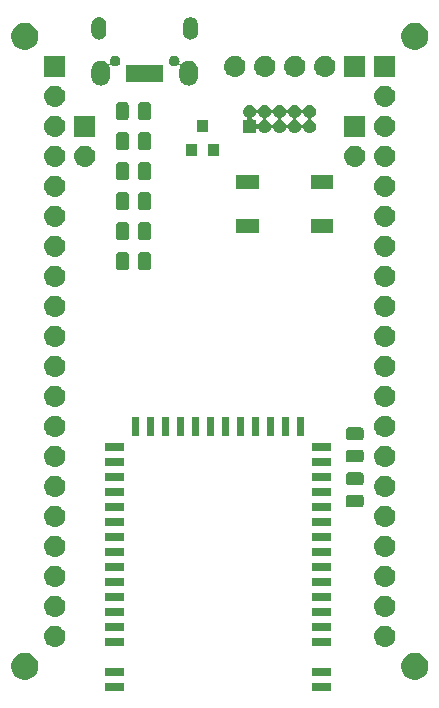
<source format=gbr>
G04 #@! TF.GenerationSoftware,KiCad,Pcbnew,5.0.1*
G04 #@! TF.CreationDate,2019-01-03T14:35:24+01:00*
G04 #@! TF.ProjectId,e73-ab,6537332D61622E6B696361645F706362,rev?*
G04 #@! TF.SameCoordinates,Original*
G04 #@! TF.FileFunction,Soldermask,Top*
G04 #@! TF.FilePolarity,Negative*
%FSLAX46Y46*%
G04 Gerber Fmt 4.6, Leading zero omitted, Abs format (unit mm)*
G04 Created by KiCad (PCBNEW 5.0.1) date do 03 jan 2019 14:35:24 CET*
%MOMM*%
%LPD*%
G01*
G04 APERTURE LIST*
%ADD10C,0.100000*%
G04 APERTURE END LIST*
D10*
G36*
X160541000Y-108731000D02*
X158939000Y-108731000D01*
X158939000Y-108129000D01*
X160541000Y-108129000D01*
X160541000Y-108731000D01*
X160541000Y-108731000D01*
G37*
G36*
X143041000Y-108731000D02*
X141439000Y-108731000D01*
X141439000Y-108129000D01*
X143041000Y-108129000D01*
X143041000Y-108731000D01*
X143041000Y-108731000D01*
G37*
G36*
X134955734Y-105573232D02*
X135165202Y-105659996D01*
X135353723Y-105785962D01*
X135514038Y-105946277D01*
X135640004Y-106134798D01*
X135726768Y-106344266D01*
X135771000Y-106566635D01*
X135771000Y-106793365D01*
X135726768Y-107015734D01*
X135640004Y-107225202D01*
X135514038Y-107413723D01*
X135353723Y-107574038D01*
X135165202Y-107700004D01*
X134955734Y-107786768D01*
X134733365Y-107831000D01*
X134506635Y-107831000D01*
X134284266Y-107786768D01*
X134074798Y-107700004D01*
X133886277Y-107574038D01*
X133725962Y-107413723D01*
X133599996Y-107225202D01*
X133513232Y-107015734D01*
X133469000Y-106793365D01*
X133469000Y-106566635D01*
X133513232Y-106344266D01*
X133599996Y-106134798D01*
X133725962Y-105946277D01*
X133886277Y-105785962D01*
X134074798Y-105659996D01*
X134284266Y-105573232D01*
X134506635Y-105529000D01*
X134733365Y-105529000D01*
X134955734Y-105573232D01*
X134955734Y-105573232D01*
G37*
G36*
X167975734Y-105573232D02*
X168185202Y-105659996D01*
X168373723Y-105785962D01*
X168534038Y-105946277D01*
X168660004Y-106134798D01*
X168746768Y-106344266D01*
X168791000Y-106566635D01*
X168791000Y-106793365D01*
X168746768Y-107015734D01*
X168660004Y-107225202D01*
X168534038Y-107413723D01*
X168373723Y-107574038D01*
X168185202Y-107700004D01*
X167975734Y-107786768D01*
X167753365Y-107831000D01*
X167526635Y-107831000D01*
X167304266Y-107786768D01*
X167094798Y-107700004D01*
X166906277Y-107574038D01*
X166745962Y-107413723D01*
X166619996Y-107225202D01*
X166533232Y-107015734D01*
X166489000Y-106793365D01*
X166489000Y-106566635D01*
X166533232Y-106344266D01*
X166619996Y-106134798D01*
X166745962Y-105946277D01*
X166906277Y-105785962D01*
X167094798Y-105659996D01*
X167304266Y-105573232D01*
X167526635Y-105529000D01*
X167753365Y-105529000D01*
X167975734Y-105573232D01*
X167975734Y-105573232D01*
G37*
G36*
X160541000Y-107461000D02*
X158939000Y-107461000D01*
X158939000Y-106859000D01*
X160541000Y-106859000D01*
X160541000Y-107461000D01*
X160541000Y-107461000D01*
G37*
G36*
X143041000Y-107461000D02*
X141439000Y-107461000D01*
X141439000Y-106859000D01*
X143041000Y-106859000D01*
X143041000Y-107461000D01*
X143041000Y-107461000D01*
G37*
G36*
X165210443Y-103245519D02*
X165276627Y-103252037D01*
X165389853Y-103286384D01*
X165446467Y-103303557D01*
X165585087Y-103377652D01*
X165602991Y-103387222D01*
X165638729Y-103416552D01*
X165740186Y-103499814D01*
X165823448Y-103601271D01*
X165852778Y-103637009D01*
X165852779Y-103637011D01*
X165936443Y-103793533D01*
X165936443Y-103793534D01*
X165987963Y-103963373D01*
X166005359Y-104140000D01*
X165987963Y-104316627D01*
X165987243Y-104319000D01*
X165936443Y-104486467D01*
X165862348Y-104625087D01*
X165852778Y-104642991D01*
X165823448Y-104678729D01*
X165740186Y-104780186D01*
X165638729Y-104863448D01*
X165602991Y-104892778D01*
X165602989Y-104892779D01*
X165446467Y-104976443D01*
X165389853Y-104993616D01*
X165276627Y-105027963D01*
X165210442Y-105034482D01*
X165144260Y-105041000D01*
X165055740Y-105041000D01*
X164989557Y-105034481D01*
X164923373Y-105027963D01*
X164810147Y-104993616D01*
X164753533Y-104976443D01*
X164597011Y-104892779D01*
X164597009Y-104892778D01*
X164561271Y-104863448D01*
X164459814Y-104780186D01*
X164376552Y-104678729D01*
X164347222Y-104642991D01*
X164337652Y-104625087D01*
X164263557Y-104486467D01*
X164212757Y-104319000D01*
X164212037Y-104316627D01*
X164194641Y-104140000D01*
X164212037Y-103963373D01*
X164263557Y-103793534D01*
X164263557Y-103793533D01*
X164347221Y-103637011D01*
X164347222Y-103637009D01*
X164376552Y-103601271D01*
X164459814Y-103499814D01*
X164561271Y-103416552D01*
X164597009Y-103387222D01*
X164614913Y-103377652D01*
X164753533Y-103303557D01*
X164810147Y-103286384D01*
X164923373Y-103252037D01*
X164989558Y-103245518D01*
X165055740Y-103239000D01*
X165144260Y-103239000D01*
X165210443Y-103245519D01*
X165210443Y-103245519D01*
G37*
G36*
X137270443Y-103245519D02*
X137336627Y-103252037D01*
X137449853Y-103286384D01*
X137506467Y-103303557D01*
X137645087Y-103377652D01*
X137662991Y-103387222D01*
X137698729Y-103416552D01*
X137800186Y-103499814D01*
X137883448Y-103601271D01*
X137912778Y-103637009D01*
X137912779Y-103637011D01*
X137996443Y-103793533D01*
X137996443Y-103793534D01*
X138047963Y-103963373D01*
X138065359Y-104140000D01*
X138047963Y-104316627D01*
X138047243Y-104319000D01*
X137996443Y-104486467D01*
X137922348Y-104625087D01*
X137912778Y-104642991D01*
X137883448Y-104678729D01*
X137800186Y-104780186D01*
X137698729Y-104863448D01*
X137662991Y-104892778D01*
X137662989Y-104892779D01*
X137506467Y-104976443D01*
X137449853Y-104993616D01*
X137336627Y-105027963D01*
X137270442Y-105034482D01*
X137204260Y-105041000D01*
X137115740Y-105041000D01*
X137049557Y-105034481D01*
X136983373Y-105027963D01*
X136870147Y-104993616D01*
X136813533Y-104976443D01*
X136657011Y-104892779D01*
X136657009Y-104892778D01*
X136621271Y-104863448D01*
X136519814Y-104780186D01*
X136436552Y-104678729D01*
X136407222Y-104642991D01*
X136397652Y-104625087D01*
X136323557Y-104486467D01*
X136272757Y-104319000D01*
X136272037Y-104316627D01*
X136254641Y-104140000D01*
X136272037Y-103963373D01*
X136323557Y-103793534D01*
X136323557Y-103793533D01*
X136407221Y-103637011D01*
X136407222Y-103637009D01*
X136436552Y-103601271D01*
X136519814Y-103499814D01*
X136621271Y-103416552D01*
X136657009Y-103387222D01*
X136674913Y-103377652D01*
X136813533Y-103303557D01*
X136870147Y-103286384D01*
X136983373Y-103252037D01*
X137049558Y-103245518D01*
X137115740Y-103239000D01*
X137204260Y-103239000D01*
X137270443Y-103245519D01*
X137270443Y-103245519D01*
G37*
G36*
X143041000Y-104921000D02*
X141439000Y-104921000D01*
X141439000Y-104319000D01*
X143041000Y-104319000D01*
X143041000Y-104921000D01*
X143041000Y-104921000D01*
G37*
G36*
X160541000Y-104921000D02*
X158939000Y-104921000D01*
X158939000Y-104319000D01*
X160541000Y-104319000D01*
X160541000Y-104921000D01*
X160541000Y-104921000D01*
G37*
G36*
X160541000Y-103651000D02*
X158939000Y-103651000D01*
X158939000Y-103049000D01*
X160541000Y-103049000D01*
X160541000Y-103651000D01*
X160541000Y-103651000D01*
G37*
G36*
X143041000Y-103651000D02*
X141439000Y-103651000D01*
X141439000Y-103049000D01*
X143041000Y-103049000D01*
X143041000Y-103651000D01*
X143041000Y-103651000D01*
G37*
G36*
X137270443Y-100705519D02*
X137336627Y-100712037D01*
X137449853Y-100746384D01*
X137506467Y-100763557D01*
X137645087Y-100837652D01*
X137662991Y-100847222D01*
X137698729Y-100876552D01*
X137800186Y-100959814D01*
X137883448Y-101061271D01*
X137912778Y-101097009D01*
X137912779Y-101097011D01*
X137996443Y-101253533D01*
X137996443Y-101253534D01*
X138047963Y-101423373D01*
X138065359Y-101600000D01*
X138047963Y-101776627D01*
X138047243Y-101779000D01*
X137996443Y-101946467D01*
X137922348Y-102085087D01*
X137912778Y-102102991D01*
X137883448Y-102138729D01*
X137800186Y-102240186D01*
X137698729Y-102323448D01*
X137662991Y-102352778D01*
X137662989Y-102352779D01*
X137506467Y-102436443D01*
X137449853Y-102453616D01*
X137336627Y-102487963D01*
X137270442Y-102494482D01*
X137204260Y-102501000D01*
X137115740Y-102501000D01*
X137049558Y-102494482D01*
X136983373Y-102487963D01*
X136870147Y-102453616D01*
X136813533Y-102436443D01*
X136657011Y-102352779D01*
X136657009Y-102352778D01*
X136621271Y-102323448D01*
X136519814Y-102240186D01*
X136436552Y-102138729D01*
X136407222Y-102102991D01*
X136397652Y-102085087D01*
X136323557Y-101946467D01*
X136272757Y-101779000D01*
X136272037Y-101776627D01*
X136254641Y-101600000D01*
X136272037Y-101423373D01*
X136323557Y-101253534D01*
X136323557Y-101253533D01*
X136407221Y-101097011D01*
X136407222Y-101097009D01*
X136436552Y-101061271D01*
X136519814Y-100959814D01*
X136621271Y-100876552D01*
X136657009Y-100847222D01*
X136674913Y-100837652D01*
X136813533Y-100763557D01*
X136870147Y-100746384D01*
X136983373Y-100712037D01*
X137049557Y-100705519D01*
X137115740Y-100699000D01*
X137204260Y-100699000D01*
X137270443Y-100705519D01*
X137270443Y-100705519D01*
G37*
G36*
X165210443Y-100705519D02*
X165276627Y-100712037D01*
X165389853Y-100746384D01*
X165446467Y-100763557D01*
X165585087Y-100837652D01*
X165602991Y-100847222D01*
X165638729Y-100876552D01*
X165740186Y-100959814D01*
X165823448Y-101061271D01*
X165852778Y-101097009D01*
X165852779Y-101097011D01*
X165936443Y-101253533D01*
X165936443Y-101253534D01*
X165987963Y-101423373D01*
X166005359Y-101600000D01*
X165987963Y-101776627D01*
X165987243Y-101779000D01*
X165936443Y-101946467D01*
X165862348Y-102085087D01*
X165852778Y-102102991D01*
X165823448Y-102138729D01*
X165740186Y-102240186D01*
X165638729Y-102323448D01*
X165602991Y-102352778D01*
X165602989Y-102352779D01*
X165446467Y-102436443D01*
X165389853Y-102453616D01*
X165276627Y-102487963D01*
X165210442Y-102494482D01*
X165144260Y-102501000D01*
X165055740Y-102501000D01*
X164989558Y-102494482D01*
X164923373Y-102487963D01*
X164810147Y-102453616D01*
X164753533Y-102436443D01*
X164597011Y-102352779D01*
X164597009Y-102352778D01*
X164561271Y-102323448D01*
X164459814Y-102240186D01*
X164376552Y-102138729D01*
X164347222Y-102102991D01*
X164337652Y-102085087D01*
X164263557Y-101946467D01*
X164212757Y-101779000D01*
X164212037Y-101776627D01*
X164194641Y-101600000D01*
X164212037Y-101423373D01*
X164263557Y-101253534D01*
X164263557Y-101253533D01*
X164347221Y-101097011D01*
X164347222Y-101097009D01*
X164376552Y-101061271D01*
X164459814Y-100959814D01*
X164561271Y-100876552D01*
X164597009Y-100847222D01*
X164614913Y-100837652D01*
X164753533Y-100763557D01*
X164810147Y-100746384D01*
X164923373Y-100712037D01*
X164989557Y-100705519D01*
X165055740Y-100699000D01*
X165144260Y-100699000D01*
X165210443Y-100705519D01*
X165210443Y-100705519D01*
G37*
G36*
X143041000Y-102381000D02*
X141439000Y-102381000D01*
X141439000Y-101779000D01*
X143041000Y-101779000D01*
X143041000Y-102381000D01*
X143041000Y-102381000D01*
G37*
G36*
X160541000Y-102381000D02*
X158939000Y-102381000D01*
X158939000Y-101779000D01*
X160541000Y-101779000D01*
X160541000Y-102381000D01*
X160541000Y-102381000D01*
G37*
G36*
X143041000Y-101111000D02*
X141439000Y-101111000D01*
X141439000Y-100509000D01*
X143041000Y-100509000D01*
X143041000Y-101111000D01*
X143041000Y-101111000D01*
G37*
G36*
X160541000Y-101111000D02*
X158939000Y-101111000D01*
X158939000Y-100509000D01*
X160541000Y-100509000D01*
X160541000Y-101111000D01*
X160541000Y-101111000D01*
G37*
G36*
X165210443Y-98165519D02*
X165276627Y-98172037D01*
X165389853Y-98206384D01*
X165446467Y-98223557D01*
X165585087Y-98297652D01*
X165602991Y-98307222D01*
X165638729Y-98336552D01*
X165740186Y-98419814D01*
X165823448Y-98521271D01*
X165852778Y-98557009D01*
X165852779Y-98557011D01*
X165936443Y-98713533D01*
X165936443Y-98713534D01*
X165987963Y-98883373D01*
X166005359Y-99060000D01*
X165987963Y-99236627D01*
X165987243Y-99239000D01*
X165936443Y-99406467D01*
X165862348Y-99545087D01*
X165852778Y-99562991D01*
X165823448Y-99598729D01*
X165740186Y-99700186D01*
X165638729Y-99783448D01*
X165602991Y-99812778D01*
X165602989Y-99812779D01*
X165446467Y-99896443D01*
X165389853Y-99913616D01*
X165276627Y-99947963D01*
X165210443Y-99954481D01*
X165144260Y-99961000D01*
X165055740Y-99961000D01*
X164989557Y-99954481D01*
X164923373Y-99947963D01*
X164810147Y-99913616D01*
X164753533Y-99896443D01*
X164597011Y-99812779D01*
X164597009Y-99812778D01*
X164561271Y-99783448D01*
X164459814Y-99700186D01*
X164376552Y-99598729D01*
X164347222Y-99562991D01*
X164337652Y-99545087D01*
X164263557Y-99406467D01*
X164212757Y-99239000D01*
X164212037Y-99236627D01*
X164194641Y-99060000D01*
X164212037Y-98883373D01*
X164263557Y-98713534D01*
X164263557Y-98713533D01*
X164347221Y-98557011D01*
X164347222Y-98557009D01*
X164376552Y-98521271D01*
X164459814Y-98419814D01*
X164561271Y-98336552D01*
X164597009Y-98307222D01*
X164614913Y-98297652D01*
X164753533Y-98223557D01*
X164810147Y-98206384D01*
X164923373Y-98172037D01*
X164989557Y-98165519D01*
X165055740Y-98159000D01*
X165144260Y-98159000D01*
X165210443Y-98165519D01*
X165210443Y-98165519D01*
G37*
G36*
X137270443Y-98165519D02*
X137336627Y-98172037D01*
X137449853Y-98206384D01*
X137506467Y-98223557D01*
X137645087Y-98297652D01*
X137662991Y-98307222D01*
X137698729Y-98336552D01*
X137800186Y-98419814D01*
X137883448Y-98521271D01*
X137912778Y-98557009D01*
X137912779Y-98557011D01*
X137996443Y-98713533D01*
X137996443Y-98713534D01*
X138047963Y-98883373D01*
X138065359Y-99060000D01*
X138047963Y-99236627D01*
X138047243Y-99239000D01*
X137996443Y-99406467D01*
X137922348Y-99545087D01*
X137912778Y-99562991D01*
X137883448Y-99598729D01*
X137800186Y-99700186D01*
X137698729Y-99783448D01*
X137662991Y-99812778D01*
X137662989Y-99812779D01*
X137506467Y-99896443D01*
X137449853Y-99913616D01*
X137336627Y-99947963D01*
X137270443Y-99954481D01*
X137204260Y-99961000D01*
X137115740Y-99961000D01*
X137049557Y-99954481D01*
X136983373Y-99947963D01*
X136870147Y-99913616D01*
X136813533Y-99896443D01*
X136657011Y-99812779D01*
X136657009Y-99812778D01*
X136621271Y-99783448D01*
X136519814Y-99700186D01*
X136436552Y-99598729D01*
X136407222Y-99562991D01*
X136397652Y-99545087D01*
X136323557Y-99406467D01*
X136272757Y-99239000D01*
X136272037Y-99236627D01*
X136254641Y-99060000D01*
X136272037Y-98883373D01*
X136323557Y-98713534D01*
X136323557Y-98713533D01*
X136407221Y-98557011D01*
X136407222Y-98557009D01*
X136436552Y-98521271D01*
X136519814Y-98419814D01*
X136621271Y-98336552D01*
X136657009Y-98307222D01*
X136674913Y-98297652D01*
X136813533Y-98223557D01*
X136870147Y-98206384D01*
X136983373Y-98172037D01*
X137049557Y-98165519D01*
X137115740Y-98159000D01*
X137204260Y-98159000D01*
X137270443Y-98165519D01*
X137270443Y-98165519D01*
G37*
G36*
X160541000Y-99841000D02*
X158939000Y-99841000D01*
X158939000Y-99239000D01*
X160541000Y-99239000D01*
X160541000Y-99841000D01*
X160541000Y-99841000D01*
G37*
G36*
X143041000Y-99841000D02*
X141439000Y-99841000D01*
X141439000Y-99239000D01*
X143041000Y-99239000D01*
X143041000Y-99841000D01*
X143041000Y-99841000D01*
G37*
G36*
X143041000Y-98571000D02*
X141439000Y-98571000D01*
X141439000Y-97969000D01*
X143041000Y-97969000D01*
X143041000Y-98571000D01*
X143041000Y-98571000D01*
G37*
G36*
X160541000Y-98571000D02*
X158939000Y-98571000D01*
X158939000Y-97969000D01*
X160541000Y-97969000D01*
X160541000Y-98571000D01*
X160541000Y-98571000D01*
G37*
G36*
X137270442Y-95625518D02*
X137336627Y-95632037D01*
X137449853Y-95666384D01*
X137506467Y-95683557D01*
X137645087Y-95757652D01*
X137662991Y-95767222D01*
X137698729Y-95796552D01*
X137800186Y-95879814D01*
X137883448Y-95981271D01*
X137912778Y-96017009D01*
X137912779Y-96017011D01*
X137996443Y-96173533D01*
X137996443Y-96173534D01*
X138047963Y-96343373D01*
X138065359Y-96520000D01*
X138047963Y-96696627D01*
X138047243Y-96699000D01*
X137996443Y-96866467D01*
X137922348Y-97005087D01*
X137912778Y-97022991D01*
X137883448Y-97058729D01*
X137800186Y-97160186D01*
X137698729Y-97243448D01*
X137662991Y-97272778D01*
X137662989Y-97272779D01*
X137506467Y-97356443D01*
X137449853Y-97373616D01*
X137336627Y-97407963D01*
X137270442Y-97414482D01*
X137204260Y-97421000D01*
X137115740Y-97421000D01*
X137049558Y-97414482D01*
X136983373Y-97407963D01*
X136870147Y-97373616D01*
X136813533Y-97356443D01*
X136657011Y-97272779D01*
X136657009Y-97272778D01*
X136621271Y-97243448D01*
X136519814Y-97160186D01*
X136436552Y-97058729D01*
X136407222Y-97022991D01*
X136397652Y-97005087D01*
X136323557Y-96866467D01*
X136272757Y-96699000D01*
X136272037Y-96696627D01*
X136254641Y-96520000D01*
X136272037Y-96343373D01*
X136323557Y-96173534D01*
X136323557Y-96173533D01*
X136407221Y-96017011D01*
X136407222Y-96017009D01*
X136436552Y-95981271D01*
X136519814Y-95879814D01*
X136621271Y-95796552D01*
X136657009Y-95767222D01*
X136674913Y-95757652D01*
X136813533Y-95683557D01*
X136870147Y-95666384D01*
X136983373Y-95632037D01*
X137049558Y-95625518D01*
X137115740Y-95619000D01*
X137204260Y-95619000D01*
X137270442Y-95625518D01*
X137270442Y-95625518D01*
G37*
G36*
X165210442Y-95625518D02*
X165276627Y-95632037D01*
X165389853Y-95666384D01*
X165446467Y-95683557D01*
X165585087Y-95757652D01*
X165602991Y-95767222D01*
X165638729Y-95796552D01*
X165740186Y-95879814D01*
X165823448Y-95981271D01*
X165852778Y-96017009D01*
X165852779Y-96017011D01*
X165936443Y-96173533D01*
X165936443Y-96173534D01*
X165987963Y-96343373D01*
X166005359Y-96520000D01*
X165987963Y-96696627D01*
X165987243Y-96699000D01*
X165936443Y-96866467D01*
X165862348Y-97005087D01*
X165852778Y-97022991D01*
X165823448Y-97058729D01*
X165740186Y-97160186D01*
X165638729Y-97243448D01*
X165602991Y-97272778D01*
X165602989Y-97272779D01*
X165446467Y-97356443D01*
X165389853Y-97373616D01*
X165276627Y-97407963D01*
X165210442Y-97414482D01*
X165144260Y-97421000D01*
X165055740Y-97421000D01*
X164989558Y-97414482D01*
X164923373Y-97407963D01*
X164810147Y-97373616D01*
X164753533Y-97356443D01*
X164597011Y-97272779D01*
X164597009Y-97272778D01*
X164561271Y-97243448D01*
X164459814Y-97160186D01*
X164376552Y-97058729D01*
X164347222Y-97022991D01*
X164337652Y-97005087D01*
X164263557Y-96866467D01*
X164212757Y-96699000D01*
X164212037Y-96696627D01*
X164194641Y-96520000D01*
X164212037Y-96343373D01*
X164263557Y-96173534D01*
X164263557Y-96173533D01*
X164347221Y-96017011D01*
X164347222Y-96017009D01*
X164376552Y-95981271D01*
X164459814Y-95879814D01*
X164561271Y-95796552D01*
X164597009Y-95767222D01*
X164614913Y-95757652D01*
X164753533Y-95683557D01*
X164810147Y-95666384D01*
X164923373Y-95632037D01*
X164989558Y-95625518D01*
X165055740Y-95619000D01*
X165144260Y-95619000D01*
X165210442Y-95625518D01*
X165210442Y-95625518D01*
G37*
G36*
X160541000Y-97301000D02*
X158939000Y-97301000D01*
X158939000Y-96699000D01*
X160541000Y-96699000D01*
X160541000Y-97301000D01*
X160541000Y-97301000D01*
G37*
G36*
X143041000Y-97301000D02*
X141439000Y-97301000D01*
X141439000Y-96699000D01*
X143041000Y-96699000D01*
X143041000Y-97301000D01*
X143041000Y-97301000D01*
G37*
G36*
X160541000Y-96031000D02*
X158939000Y-96031000D01*
X158939000Y-95429000D01*
X160541000Y-95429000D01*
X160541000Y-96031000D01*
X160541000Y-96031000D01*
G37*
G36*
X143041000Y-96031000D02*
X141439000Y-96031000D01*
X141439000Y-95429000D01*
X143041000Y-95429000D01*
X143041000Y-96031000D01*
X143041000Y-96031000D01*
G37*
G36*
X137270443Y-93085519D02*
X137336627Y-93092037D01*
X137449508Y-93126279D01*
X137506467Y-93143557D01*
X137616186Y-93202204D01*
X137662991Y-93227222D01*
X137698729Y-93256552D01*
X137800186Y-93339814D01*
X137883448Y-93441271D01*
X137912778Y-93477009D01*
X137912779Y-93477011D01*
X137996443Y-93633533D01*
X137996443Y-93633534D01*
X138047963Y-93803373D01*
X138065359Y-93980000D01*
X138047963Y-94156627D01*
X138047243Y-94159000D01*
X137996443Y-94326467D01*
X137922348Y-94465087D01*
X137912778Y-94482991D01*
X137883448Y-94518729D01*
X137800186Y-94620186D01*
X137698729Y-94703448D01*
X137662991Y-94732778D01*
X137662989Y-94732779D01*
X137506467Y-94816443D01*
X137449853Y-94833616D01*
X137336627Y-94867963D01*
X137270443Y-94874481D01*
X137204260Y-94881000D01*
X137115740Y-94881000D01*
X137049557Y-94874481D01*
X136983373Y-94867963D01*
X136870147Y-94833616D01*
X136813533Y-94816443D01*
X136657011Y-94732779D01*
X136657009Y-94732778D01*
X136621271Y-94703448D01*
X136519814Y-94620186D01*
X136436552Y-94518729D01*
X136407222Y-94482991D01*
X136397652Y-94465087D01*
X136323557Y-94326467D01*
X136272757Y-94159000D01*
X136272037Y-94156627D01*
X136254641Y-93980000D01*
X136272037Y-93803373D01*
X136323557Y-93633534D01*
X136323557Y-93633533D01*
X136407221Y-93477011D01*
X136407222Y-93477009D01*
X136436552Y-93441271D01*
X136519814Y-93339814D01*
X136621271Y-93256552D01*
X136657009Y-93227222D01*
X136703814Y-93202204D01*
X136813533Y-93143557D01*
X136870492Y-93126279D01*
X136983373Y-93092037D01*
X137049557Y-93085519D01*
X137115740Y-93079000D01*
X137204260Y-93079000D01*
X137270443Y-93085519D01*
X137270443Y-93085519D01*
G37*
G36*
X165210443Y-93085519D02*
X165276627Y-93092037D01*
X165389508Y-93126279D01*
X165446467Y-93143557D01*
X165556186Y-93202204D01*
X165602991Y-93227222D01*
X165638729Y-93256552D01*
X165740186Y-93339814D01*
X165823448Y-93441271D01*
X165852778Y-93477009D01*
X165852779Y-93477011D01*
X165936443Y-93633533D01*
X165936443Y-93633534D01*
X165987963Y-93803373D01*
X166005359Y-93980000D01*
X165987963Y-94156627D01*
X165987243Y-94159000D01*
X165936443Y-94326467D01*
X165862348Y-94465087D01*
X165852778Y-94482991D01*
X165823448Y-94518729D01*
X165740186Y-94620186D01*
X165638729Y-94703448D01*
X165602991Y-94732778D01*
X165602989Y-94732779D01*
X165446467Y-94816443D01*
X165389853Y-94833616D01*
X165276627Y-94867963D01*
X165210443Y-94874481D01*
X165144260Y-94881000D01*
X165055740Y-94881000D01*
X164989557Y-94874481D01*
X164923373Y-94867963D01*
X164810147Y-94833616D01*
X164753533Y-94816443D01*
X164597011Y-94732779D01*
X164597009Y-94732778D01*
X164561271Y-94703448D01*
X164459814Y-94620186D01*
X164376552Y-94518729D01*
X164347222Y-94482991D01*
X164337652Y-94465087D01*
X164263557Y-94326467D01*
X164212757Y-94159000D01*
X164212037Y-94156627D01*
X164194641Y-93980000D01*
X164212037Y-93803373D01*
X164263557Y-93633534D01*
X164263557Y-93633533D01*
X164347221Y-93477011D01*
X164347222Y-93477009D01*
X164376552Y-93441271D01*
X164459814Y-93339814D01*
X164561271Y-93256552D01*
X164597009Y-93227222D01*
X164643814Y-93202204D01*
X164753533Y-93143557D01*
X164810492Y-93126279D01*
X164923373Y-93092037D01*
X164989557Y-93085519D01*
X165055740Y-93079000D01*
X165144260Y-93079000D01*
X165210443Y-93085519D01*
X165210443Y-93085519D01*
G37*
G36*
X143041000Y-94761000D02*
X141439000Y-94761000D01*
X141439000Y-94159000D01*
X143041000Y-94159000D01*
X143041000Y-94761000D01*
X143041000Y-94761000D01*
G37*
G36*
X160541000Y-94761000D02*
X158939000Y-94761000D01*
X158939000Y-94159000D01*
X160541000Y-94159000D01*
X160541000Y-94761000D01*
X160541000Y-94761000D01*
G37*
G36*
X160541000Y-93491000D02*
X158939000Y-93491000D01*
X158939000Y-92889000D01*
X160541000Y-92889000D01*
X160541000Y-93491000D01*
X160541000Y-93491000D01*
G37*
G36*
X143041000Y-93491000D02*
X141439000Y-93491000D01*
X141439000Y-92889000D01*
X143041000Y-92889000D01*
X143041000Y-93491000D01*
X143041000Y-93491000D01*
G37*
G36*
X163144466Y-92146065D02*
X163183137Y-92157796D01*
X163218779Y-92176848D01*
X163250017Y-92202483D01*
X163275652Y-92233721D01*
X163294704Y-92269363D01*
X163306435Y-92308034D01*
X163311000Y-92354388D01*
X163311000Y-93005612D01*
X163306435Y-93051966D01*
X163294704Y-93090637D01*
X163275652Y-93126279D01*
X163250017Y-93157517D01*
X163218779Y-93183152D01*
X163183137Y-93202204D01*
X163144466Y-93213935D01*
X163098112Y-93218500D01*
X162021888Y-93218500D01*
X161975534Y-93213935D01*
X161936863Y-93202204D01*
X161901221Y-93183152D01*
X161869983Y-93157517D01*
X161844348Y-93126279D01*
X161825296Y-93090637D01*
X161813565Y-93051966D01*
X161809000Y-93005612D01*
X161809000Y-92354388D01*
X161813565Y-92308034D01*
X161825296Y-92269363D01*
X161844348Y-92233721D01*
X161869983Y-92202483D01*
X161901221Y-92176848D01*
X161936863Y-92157796D01*
X161975534Y-92146065D01*
X162021888Y-92141500D01*
X163098112Y-92141500D01*
X163144466Y-92146065D01*
X163144466Y-92146065D01*
G37*
G36*
X137270443Y-90545519D02*
X137336627Y-90552037D01*
X137449853Y-90586384D01*
X137506467Y-90603557D01*
X137645087Y-90677652D01*
X137662991Y-90687222D01*
X137698729Y-90716552D01*
X137800186Y-90799814D01*
X137883448Y-90901271D01*
X137912778Y-90937009D01*
X137912779Y-90937011D01*
X137996443Y-91093533D01*
X138013616Y-91150147D01*
X138047963Y-91263373D01*
X138065359Y-91440000D01*
X138047963Y-91616627D01*
X138047243Y-91619000D01*
X137996443Y-91786467D01*
X137922348Y-91925087D01*
X137912778Y-91942991D01*
X137883448Y-91978729D01*
X137800186Y-92080186D01*
X137700500Y-92161995D01*
X137662991Y-92192778D01*
X137662989Y-92192779D01*
X137506467Y-92276443D01*
X137449853Y-92293616D01*
X137336627Y-92327963D01*
X137270443Y-92334481D01*
X137204260Y-92341000D01*
X137115740Y-92341000D01*
X137049557Y-92334481D01*
X136983373Y-92327963D01*
X136870147Y-92293616D01*
X136813533Y-92276443D01*
X136657011Y-92192779D01*
X136657009Y-92192778D01*
X136619500Y-92161995D01*
X136519814Y-92080186D01*
X136436552Y-91978729D01*
X136407222Y-91942991D01*
X136397652Y-91925087D01*
X136323557Y-91786467D01*
X136272757Y-91619000D01*
X136272037Y-91616627D01*
X136254641Y-91440000D01*
X136272037Y-91263373D01*
X136306384Y-91150147D01*
X136323557Y-91093533D01*
X136407221Y-90937011D01*
X136407222Y-90937009D01*
X136436552Y-90901271D01*
X136519814Y-90799814D01*
X136621271Y-90716552D01*
X136657009Y-90687222D01*
X136674913Y-90677652D01*
X136813533Y-90603557D01*
X136870147Y-90586384D01*
X136983373Y-90552037D01*
X137049557Y-90545519D01*
X137115740Y-90539000D01*
X137204260Y-90539000D01*
X137270443Y-90545519D01*
X137270443Y-90545519D01*
G37*
G36*
X165210443Y-90545519D02*
X165276627Y-90552037D01*
X165389853Y-90586384D01*
X165446467Y-90603557D01*
X165585087Y-90677652D01*
X165602991Y-90687222D01*
X165638729Y-90716552D01*
X165740186Y-90799814D01*
X165823448Y-90901271D01*
X165852778Y-90937009D01*
X165852779Y-90937011D01*
X165936443Y-91093533D01*
X165953616Y-91150147D01*
X165987963Y-91263373D01*
X166005359Y-91440000D01*
X165987963Y-91616627D01*
X165987243Y-91619000D01*
X165936443Y-91786467D01*
X165862348Y-91925087D01*
X165852778Y-91942991D01*
X165823448Y-91978729D01*
X165740186Y-92080186D01*
X165640500Y-92161995D01*
X165602991Y-92192778D01*
X165602989Y-92192779D01*
X165446467Y-92276443D01*
X165389853Y-92293616D01*
X165276627Y-92327963D01*
X165210443Y-92334481D01*
X165144260Y-92341000D01*
X165055740Y-92341000D01*
X164989557Y-92334481D01*
X164923373Y-92327963D01*
X164810147Y-92293616D01*
X164753533Y-92276443D01*
X164597011Y-92192779D01*
X164597009Y-92192778D01*
X164559500Y-92161995D01*
X164459814Y-92080186D01*
X164376552Y-91978729D01*
X164347222Y-91942991D01*
X164337652Y-91925087D01*
X164263557Y-91786467D01*
X164212757Y-91619000D01*
X164212037Y-91616627D01*
X164194641Y-91440000D01*
X164212037Y-91263373D01*
X164246384Y-91150147D01*
X164263557Y-91093533D01*
X164347221Y-90937011D01*
X164347222Y-90937009D01*
X164376552Y-90901271D01*
X164459814Y-90799814D01*
X164561271Y-90716552D01*
X164597009Y-90687222D01*
X164614913Y-90677652D01*
X164753533Y-90603557D01*
X164810147Y-90586384D01*
X164923373Y-90552037D01*
X164989558Y-90545518D01*
X165055740Y-90539000D01*
X165144260Y-90539000D01*
X165210443Y-90545519D01*
X165210443Y-90545519D01*
G37*
G36*
X160541000Y-92221000D02*
X158939000Y-92221000D01*
X158939000Y-91619000D01*
X160541000Y-91619000D01*
X160541000Y-92221000D01*
X160541000Y-92221000D01*
G37*
G36*
X143041000Y-92221000D02*
X141439000Y-92221000D01*
X141439000Y-91619000D01*
X143041000Y-91619000D01*
X143041000Y-92221000D01*
X143041000Y-92221000D01*
G37*
G36*
X163144466Y-90271065D02*
X163183137Y-90282796D01*
X163218779Y-90301848D01*
X163250017Y-90327483D01*
X163275652Y-90358721D01*
X163294704Y-90394363D01*
X163306435Y-90433034D01*
X163311000Y-90479388D01*
X163311000Y-91130612D01*
X163306435Y-91176966D01*
X163294704Y-91215637D01*
X163275652Y-91251279D01*
X163250017Y-91282517D01*
X163218779Y-91308152D01*
X163183137Y-91327204D01*
X163144466Y-91338935D01*
X163098112Y-91343500D01*
X162021888Y-91343500D01*
X161975534Y-91338935D01*
X161936863Y-91327204D01*
X161901221Y-91308152D01*
X161869983Y-91282517D01*
X161844348Y-91251279D01*
X161825296Y-91215637D01*
X161813565Y-91176966D01*
X161809000Y-91130612D01*
X161809000Y-90479388D01*
X161813565Y-90433034D01*
X161825296Y-90394363D01*
X161844348Y-90358721D01*
X161869983Y-90327483D01*
X161901221Y-90301848D01*
X161936863Y-90282796D01*
X161975534Y-90271065D01*
X162021888Y-90266500D01*
X163098112Y-90266500D01*
X163144466Y-90271065D01*
X163144466Y-90271065D01*
G37*
G36*
X160541000Y-90951000D02*
X158939000Y-90951000D01*
X158939000Y-90349000D01*
X160541000Y-90349000D01*
X160541000Y-90951000D01*
X160541000Y-90951000D01*
G37*
G36*
X143041000Y-90951000D02*
X141439000Y-90951000D01*
X141439000Y-90349000D01*
X143041000Y-90349000D01*
X143041000Y-90951000D01*
X143041000Y-90951000D01*
G37*
G36*
X165210443Y-88005519D02*
X165276627Y-88012037D01*
X165389853Y-88046384D01*
X165446467Y-88063557D01*
X165585087Y-88137652D01*
X165602991Y-88147222D01*
X165638729Y-88176552D01*
X165740186Y-88259814D01*
X165803262Y-88336674D01*
X165852778Y-88397009D01*
X165852779Y-88397011D01*
X165936443Y-88553533D01*
X165936443Y-88553534D01*
X165987963Y-88723373D01*
X166005359Y-88900000D01*
X165987963Y-89076627D01*
X165953616Y-89189853D01*
X165936443Y-89246467D01*
X165918178Y-89280637D01*
X165852778Y-89402991D01*
X165823448Y-89438729D01*
X165740186Y-89540186D01*
X165638729Y-89623448D01*
X165602991Y-89652778D01*
X165602989Y-89652779D01*
X165446467Y-89736443D01*
X165389853Y-89753616D01*
X165276627Y-89787963D01*
X165210443Y-89794481D01*
X165144260Y-89801000D01*
X165055740Y-89801000D01*
X164989557Y-89794481D01*
X164923373Y-89787963D01*
X164810147Y-89753616D01*
X164753533Y-89736443D01*
X164597011Y-89652779D01*
X164597009Y-89652778D01*
X164561271Y-89623448D01*
X164459814Y-89540186D01*
X164376552Y-89438729D01*
X164347222Y-89402991D01*
X164281822Y-89280637D01*
X164263557Y-89246467D01*
X164246384Y-89189853D01*
X164212037Y-89076627D01*
X164194641Y-88900000D01*
X164212037Y-88723373D01*
X164263557Y-88553534D01*
X164263557Y-88553533D01*
X164347221Y-88397011D01*
X164347222Y-88397009D01*
X164396738Y-88336674D01*
X164459814Y-88259814D01*
X164561271Y-88176552D01*
X164597009Y-88147222D01*
X164614913Y-88137652D01*
X164753533Y-88063557D01*
X164810147Y-88046384D01*
X164923373Y-88012037D01*
X164989557Y-88005519D01*
X165055740Y-87999000D01*
X165144260Y-87999000D01*
X165210443Y-88005519D01*
X165210443Y-88005519D01*
G37*
G36*
X137270443Y-88005519D02*
X137336627Y-88012037D01*
X137449853Y-88046384D01*
X137506467Y-88063557D01*
X137645087Y-88137652D01*
X137662991Y-88147222D01*
X137698729Y-88176552D01*
X137800186Y-88259814D01*
X137863262Y-88336674D01*
X137912778Y-88397009D01*
X137912779Y-88397011D01*
X137996443Y-88553533D01*
X137996443Y-88553534D01*
X138047963Y-88723373D01*
X138065359Y-88900000D01*
X138047963Y-89076627D01*
X138013616Y-89189853D01*
X137996443Y-89246467D01*
X137978178Y-89280637D01*
X137912778Y-89402991D01*
X137883448Y-89438729D01*
X137800186Y-89540186D01*
X137698729Y-89623448D01*
X137662991Y-89652778D01*
X137662989Y-89652779D01*
X137506467Y-89736443D01*
X137449853Y-89753616D01*
X137336627Y-89787963D01*
X137270443Y-89794481D01*
X137204260Y-89801000D01*
X137115740Y-89801000D01*
X137049557Y-89794481D01*
X136983373Y-89787963D01*
X136870147Y-89753616D01*
X136813533Y-89736443D01*
X136657011Y-89652779D01*
X136657009Y-89652778D01*
X136621271Y-89623448D01*
X136519814Y-89540186D01*
X136436552Y-89438729D01*
X136407222Y-89402991D01*
X136341822Y-89280637D01*
X136323557Y-89246467D01*
X136306384Y-89189853D01*
X136272037Y-89076627D01*
X136254641Y-88900000D01*
X136272037Y-88723373D01*
X136323557Y-88553534D01*
X136323557Y-88553533D01*
X136407221Y-88397011D01*
X136407222Y-88397009D01*
X136456738Y-88336674D01*
X136519814Y-88259814D01*
X136621271Y-88176552D01*
X136657009Y-88147222D01*
X136674913Y-88137652D01*
X136813533Y-88063557D01*
X136870147Y-88046384D01*
X136983373Y-88012037D01*
X137049557Y-88005519D01*
X137115740Y-87999000D01*
X137204260Y-87999000D01*
X137270443Y-88005519D01*
X137270443Y-88005519D01*
G37*
G36*
X160541000Y-89681000D02*
X158939000Y-89681000D01*
X158939000Y-89079000D01*
X160541000Y-89079000D01*
X160541000Y-89681000D01*
X160541000Y-89681000D01*
G37*
G36*
X143041000Y-89681000D02*
X141439000Y-89681000D01*
X141439000Y-89079000D01*
X143041000Y-89079000D01*
X143041000Y-89681000D01*
X143041000Y-89681000D01*
G37*
G36*
X163144466Y-88336065D02*
X163183137Y-88347796D01*
X163218779Y-88366848D01*
X163250017Y-88392483D01*
X163275652Y-88423721D01*
X163294704Y-88459363D01*
X163306435Y-88498034D01*
X163311000Y-88544388D01*
X163311000Y-89195612D01*
X163306435Y-89241966D01*
X163294704Y-89280637D01*
X163275652Y-89316279D01*
X163250017Y-89347517D01*
X163218779Y-89373152D01*
X163183137Y-89392204D01*
X163144466Y-89403935D01*
X163098112Y-89408500D01*
X162021888Y-89408500D01*
X161975534Y-89403935D01*
X161936863Y-89392204D01*
X161901221Y-89373152D01*
X161869983Y-89347517D01*
X161844348Y-89316279D01*
X161825296Y-89280637D01*
X161813565Y-89241966D01*
X161809000Y-89195612D01*
X161809000Y-88544388D01*
X161813565Y-88498034D01*
X161825296Y-88459363D01*
X161844348Y-88423721D01*
X161869983Y-88392483D01*
X161901221Y-88366848D01*
X161936863Y-88347796D01*
X161975534Y-88336065D01*
X162021888Y-88331500D01*
X163098112Y-88331500D01*
X163144466Y-88336065D01*
X163144466Y-88336065D01*
G37*
G36*
X160541000Y-88411000D02*
X158939000Y-88411000D01*
X158939000Y-87809000D01*
X160541000Y-87809000D01*
X160541000Y-88411000D01*
X160541000Y-88411000D01*
G37*
G36*
X143041000Y-88411000D02*
X141439000Y-88411000D01*
X141439000Y-87809000D01*
X143041000Y-87809000D01*
X143041000Y-88411000D01*
X143041000Y-88411000D01*
G37*
G36*
X163144466Y-86461065D02*
X163183137Y-86472796D01*
X163218779Y-86491848D01*
X163250017Y-86517483D01*
X163275652Y-86548721D01*
X163294704Y-86584363D01*
X163306435Y-86623034D01*
X163311000Y-86669388D01*
X163311000Y-87320612D01*
X163306435Y-87366966D01*
X163294704Y-87405637D01*
X163275652Y-87441279D01*
X163250017Y-87472517D01*
X163218779Y-87498152D01*
X163183137Y-87517204D01*
X163144466Y-87528935D01*
X163098112Y-87533500D01*
X162021888Y-87533500D01*
X161975534Y-87528935D01*
X161936863Y-87517204D01*
X161901221Y-87498152D01*
X161869983Y-87472517D01*
X161844348Y-87441279D01*
X161825296Y-87405637D01*
X161813565Y-87366966D01*
X161809000Y-87320612D01*
X161809000Y-86669388D01*
X161813565Y-86623034D01*
X161825296Y-86584363D01*
X161844348Y-86548721D01*
X161869983Y-86517483D01*
X161901221Y-86491848D01*
X161936863Y-86472796D01*
X161975534Y-86461065D01*
X162021888Y-86456500D01*
X163098112Y-86456500D01*
X163144466Y-86461065D01*
X163144466Y-86461065D01*
G37*
G36*
X137270442Y-85465518D02*
X137336627Y-85472037D01*
X137449853Y-85506384D01*
X137506467Y-85523557D01*
X137572775Y-85559000D01*
X137662991Y-85607222D01*
X137698729Y-85636552D01*
X137800186Y-85719814D01*
X137883448Y-85821271D01*
X137912778Y-85857009D01*
X137912779Y-85857011D01*
X137996443Y-86013533D01*
X137996443Y-86013534D01*
X138047963Y-86183373D01*
X138065359Y-86360000D01*
X138047963Y-86536627D01*
X138044294Y-86548721D01*
X137996443Y-86706467D01*
X137922348Y-86845087D01*
X137912778Y-86862991D01*
X137883448Y-86898729D01*
X137800186Y-87000186D01*
X137698729Y-87083448D01*
X137662991Y-87112778D01*
X137662989Y-87112779D01*
X137506467Y-87196443D01*
X137449853Y-87213616D01*
X137336627Y-87247963D01*
X137270442Y-87254482D01*
X137204260Y-87261000D01*
X137115740Y-87261000D01*
X137049558Y-87254482D01*
X136983373Y-87247963D01*
X136870147Y-87213616D01*
X136813533Y-87196443D01*
X136657011Y-87112779D01*
X136657009Y-87112778D01*
X136621271Y-87083448D01*
X136519814Y-87000186D01*
X136436552Y-86898729D01*
X136407222Y-86862991D01*
X136397652Y-86845087D01*
X136323557Y-86706467D01*
X136275706Y-86548721D01*
X136272037Y-86536627D01*
X136254641Y-86360000D01*
X136272037Y-86183373D01*
X136323557Y-86013534D01*
X136323557Y-86013533D01*
X136407221Y-85857011D01*
X136407222Y-85857009D01*
X136436552Y-85821271D01*
X136519814Y-85719814D01*
X136621271Y-85636552D01*
X136657009Y-85607222D01*
X136747225Y-85559000D01*
X136813533Y-85523557D01*
X136870147Y-85506384D01*
X136983373Y-85472037D01*
X137049558Y-85465518D01*
X137115740Y-85459000D01*
X137204260Y-85459000D01*
X137270442Y-85465518D01*
X137270442Y-85465518D01*
G37*
G36*
X165210442Y-85465518D02*
X165276627Y-85472037D01*
X165389853Y-85506384D01*
X165446467Y-85523557D01*
X165512775Y-85559000D01*
X165602991Y-85607222D01*
X165638729Y-85636552D01*
X165740186Y-85719814D01*
X165823448Y-85821271D01*
X165852778Y-85857009D01*
X165852779Y-85857011D01*
X165936443Y-86013533D01*
X165936443Y-86013534D01*
X165987963Y-86183373D01*
X166005359Y-86360000D01*
X165987963Y-86536627D01*
X165984294Y-86548721D01*
X165936443Y-86706467D01*
X165862348Y-86845087D01*
X165852778Y-86862991D01*
X165823448Y-86898729D01*
X165740186Y-87000186D01*
X165638729Y-87083448D01*
X165602991Y-87112778D01*
X165602989Y-87112779D01*
X165446467Y-87196443D01*
X165389853Y-87213616D01*
X165276627Y-87247963D01*
X165210442Y-87254482D01*
X165144260Y-87261000D01*
X165055740Y-87261000D01*
X164989558Y-87254482D01*
X164923373Y-87247963D01*
X164810147Y-87213616D01*
X164753533Y-87196443D01*
X164597011Y-87112779D01*
X164597009Y-87112778D01*
X164561271Y-87083448D01*
X164459814Y-87000186D01*
X164376552Y-86898729D01*
X164347222Y-86862991D01*
X164337652Y-86845087D01*
X164263557Y-86706467D01*
X164215706Y-86548721D01*
X164212037Y-86536627D01*
X164194641Y-86360000D01*
X164212037Y-86183373D01*
X164263557Y-86013534D01*
X164263557Y-86013533D01*
X164347221Y-85857011D01*
X164347222Y-85857009D01*
X164376552Y-85821271D01*
X164459814Y-85719814D01*
X164561271Y-85636552D01*
X164597009Y-85607222D01*
X164687225Y-85559000D01*
X164753533Y-85523557D01*
X164810147Y-85506384D01*
X164923373Y-85472037D01*
X164989558Y-85465518D01*
X165055740Y-85459000D01*
X165144260Y-85459000D01*
X165210442Y-85465518D01*
X165210442Y-85465518D01*
G37*
G36*
X145581000Y-87161000D02*
X144979000Y-87161000D01*
X144979000Y-85559000D01*
X145581000Y-85559000D01*
X145581000Y-87161000D01*
X145581000Y-87161000D01*
G37*
G36*
X158281000Y-87161000D02*
X157679000Y-87161000D01*
X157679000Y-85559000D01*
X158281000Y-85559000D01*
X158281000Y-87161000D01*
X158281000Y-87161000D01*
G37*
G36*
X155741000Y-87161000D02*
X155139000Y-87161000D01*
X155139000Y-85559000D01*
X155741000Y-85559000D01*
X155741000Y-87161000D01*
X155741000Y-87161000D01*
G37*
G36*
X154471000Y-87161000D02*
X153869000Y-87161000D01*
X153869000Y-85559000D01*
X154471000Y-85559000D01*
X154471000Y-87161000D01*
X154471000Y-87161000D01*
G37*
G36*
X153201000Y-87161000D02*
X152599000Y-87161000D01*
X152599000Y-85559000D01*
X153201000Y-85559000D01*
X153201000Y-87161000D01*
X153201000Y-87161000D01*
G37*
G36*
X151931000Y-87161000D02*
X151329000Y-87161000D01*
X151329000Y-85559000D01*
X151931000Y-85559000D01*
X151931000Y-87161000D01*
X151931000Y-87161000D01*
G37*
G36*
X148121000Y-87161000D02*
X147519000Y-87161000D01*
X147519000Y-85559000D01*
X148121000Y-85559000D01*
X148121000Y-87161000D01*
X148121000Y-87161000D01*
G37*
G36*
X146851000Y-87161000D02*
X146249000Y-87161000D01*
X146249000Y-85559000D01*
X146851000Y-85559000D01*
X146851000Y-87161000D01*
X146851000Y-87161000D01*
G37*
G36*
X149391000Y-87161000D02*
X148789000Y-87161000D01*
X148789000Y-85559000D01*
X149391000Y-85559000D01*
X149391000Y-87161000D01*
X149391000Y-87161000D01*
G37*
G36*
X150661000Y-87161000D02*
X150059000Y-87161000D01*
X150059000Y-85559000D01*
X150661000Y-85559000D01*
X150661000Y-87161000D01*
X150661000Y-87161000D01*
G37*
G36*
X157011000Y-87161000D02*
X156409000Y-87161000D01*
X156409000Y-85559000D01*
X157011000Y-85559000D01*
X157011000Y-87161000D01*
X157011000Y-87161000D01*
G37*
G36*
X144311000Y-87161000D02*
X143709000Y-87161000D01*
X143709000Y-85559000D01*
X144311000Y-85559000D01*
X144311000Y-87161000D01*
X144311000Y-87161000D01*
G37*
G36*
X137270443Y-82925519D02*
X137336627Y-82932037D01*
X137449853Y-82966384D01*
X137506467Y-82983557D01*
X137645087Y-83057652D01*
X137662991Y-83067222D01*
X137698729Y-83096552D01*
X137800186Y-83179814D01*
X137883448Y-83281271D01*
X137912778Y-83317009D01*
X137912779Y-83317011D01*
X137996443Y-83473533D01*
X137996443Y-83473534D01*
X138047963Y-83643373D01*
X138065359Y-83820000D01*
X138047963Y-83996627D01*
X138013616Y-84109853D01*
X137996443Y-84166467D01*
X137922348Y-84305087D01*
X137912778Y-84322991D01*
X137883448Y-84358729D01*
X137800186Y-84460186D01*
X137698729Y-84543448D01*
X137662991Y-84572778D01*
X137662989Y-84572779D01*
X137506467Y-84656443D01*
X137449853Y-84673616D01*
X137336627Y-84707963D01*
X137270443Y-84714481D01*
X137204260Y-84721000D01*
X137115740Y-84721000D01*
X137049557Y-84714481D01*
X136983373Y-84707963D01*
X136870147Y-84673616D01*
X136813533Y-84656443D01*
X136657011Y-84572779D01*
X136657009Y-84572778D01*
X136621271Y-84543448D01*
X136519814Y-84460186D01*
X136436552Y-84358729D01*
X136407222Y-84322991D01*
X136397652Y-84305087D01*
X136323557Y-84166467D01*
X136306384Y-84109853D01*
X136272037Y-83996627D01*
X136254641Y-83820000D01*
X136272037Y-83643373D01*
X136323557Y-83473534D01*
X136323557Y-83473533D01*
X136407221Y-83317011D01*
X136407222Y-83317009D01*
X136436552Y-83281271D01*
X136519814Y-83179814D01*
X136621271Y-83096552D01*
X136657009Y-83067222D01*
X136674913Y-83057652D01*
X136813533Y-82983557D01*
X136870147Y-82966384D01*
X136983373Y-82932037D01*
X137049557Y-82925519D01*
X137115740Y-82919000D01*
X137204260Y-82919000D01*
X137270443Y-82925519D01*
X137270443Y-82925519D01*
G37*
G36*
X165210443Y-82925519D02*
X165276627Y-82932037D01*
X165389853Y-82966384D01*
X165446467Y-82983557D01*
X165585087Y-83057652D01*
X165602991Y-83067222D01*
X165638729Y-83096552D01*
X165740186Y-83179814D01*
X165823448Y-83281271D01*
X165852778Y-83317009D01*
X165852779Y-83317011D01*
X165936443Y-83473533D01*
X165936443Y-83473534D01*
X165987963Y-83643373D01*
X166005359Y-83820000D01*
X165987963Y-83996627D01*
X165953616Y-84109853D01*
X165936443Y-84166467D01*
X165862348Y-84305087D01*
X165852778Y-84322991D01*
X165823448Y-84358729D01*
X165740186Y-84460186D01*
X165638729Y-84543448D01*
X165602991Y-84572778D01*
X165602989Y-84572779D01*
X165446467Y-84656443D01*
X165389853Y-84673616D01*
X165276627Y-84707963D01*
X165210443Y-84714481D01*
X165144260Y-84721000D01*
X165055740Y-84721000D01*
X164989557Y-84714481D01*
X164923373Y-84707963D01*
X164810147Y-84673616D01*
X164753533Y-84656443D01*
X164597011Y-84572779D01*
X164597009Y-84572778D01*
X164561271Y-84543448D01*
X164459814Y-84460186D01*
X164376552Y-84358729D01*
X164347222Y-84322991D01*
X164337652Y-84305087D01*
X164263557Y-84166467D01*
X164246384Y-84109853D01*
X164212037Y-83996627D01*
X164194641Y-83820000D01*
X164212037Y-83643373D01*
X164263557Y-83473534D01*
X164263557Y-83473533D01*
X164347221Y-83317011D01*
X164347222Y-83317009D01*
X164376552Y-83281271D01*
X164459814Y-83179814D01*
X164561271Y-83096552D01*
X164597009Y-83067222D01*
X164614913Y-83057652D01*
X164753533Y-82983557D01*
X164810147Y-82966384D01*
X164923373Y-82932037D01*
X164989557Y-82925519D01*
X165055740Y-82919000D01*
X165144260Y-82919000D01*
X165210443Y-82925519D01*
X165210443Y-82925519D01*
G37*
G36*
X137270442Y-80385518D02*
X137336627Y-80392037D01*
X137449853Y-80426384D01*
X137506467Y-80443557D01*
X137645087Y-80517652D01*
X137662991Y-80527222D01*
X137698729Y-80556552D01*
X137800186Y-80639814D01*
X137883448Y-80741271D01*
X137912778Y-80777009D01*
X137912779Y-80777011D01*
X137996443Y-80933533D01*
X137996443Y-80933534D01*
X138047963Y-81103373D01*
X138065359Y-81280000D01*
X138047963Y-81456627D01*
X138013616Y-81569853D01*
X137996443Y-81626467D01*
X137922348Y-81765087D01*
X137912778Y-81782991D01*
X137883448Y-81818729D01*
X137800186Y-81920186D01*
X137698729Y-82003448D01*
X137662991Y-82032778D01*
X137662989Y-82032779D01*
X137506467Y-82116443D01*
X137449853Y-82133616D01*
X137336627Y-82167963D01*
X137270443Y-82174481D01*
X137204260Y-82181000D01*
X137115740Y-82181000D01*
X137049557Y-82174481D01*
X136983373Y-82167963D01*
X136870147Y-82133616D01*
X136813533Y-82116443D01*
X136657011Y-82032779D01*
X136657009Y-82032778D01*
X136621271Y-82003448D01*
X136519814Y-81920186D01*
X136436552Y-81818729D01*
X136407222Y-81782991D01*
X136397652Y-81765087D01*
X136323557Y-81626467D01*
X136306384Y-81569853D01*
X136272037Y-81456627D01*
X136254641Y-81280000D01*
X136272037Y-81103373D01*
X136323557Y-80933534D01*
X136323557Y-80933533D01*
X136407221Y-80777011D01*
X136407222Y-80777009D01*
X136436552Y-80741271D01*
X136519814Y-80639814D01*
X136621271Y-80556552D01*
X136657009Y-80527222D01*
X136674913Y-80517652D01*
X136813533Y-80443557D01*
X136870147Y-80426384D01*
X136983373Y-80392037D01*
X137049558Y-80385518D01*
X137115740Y-80379000D01*
X137204260Y-80379000D01*
X137270442Y-80385518D01*
X137270442Y-80385518D01*
G37*
G36*
X165210442Y-80385518D02*
X165276627Y-80392037D01*
X165389853Y-80426384D01*
X165446467Y-80443557D01*
X165585087Y-80517652D01*
X165602991Y-80527222D01*
X165638729Y-80556552D01*
X165740186Y-80639814D01*
X165823448Y-80741271D01*
X165852778Y-80777009D01*
X165852779Y-80777011D01*
X165936443Y-80933533D01*
X165936443Y-80933534D01*
X165987963Y-81103373D01*
X166005359Y-81280000D01*
X165987963Y-81456627D01*
X165953616Y-81569853D01*
X165936443Y-81626467D01*
X165862348Y-81765087D01*
X165852778Y-81782991D01*
X165823448Y-81818729D01*
X165740186Y-81920186D01*
X165638729Y-82003448D01*
X165602991Y-82032778D01*
X165602989Y-82032779D01*
X165446467Y-82116443D01*
X165389853Y-82133616D01*
X165276627Y-82167963D01*
X165210443Y-82174481D01*
X165144260Y-82181000D01*
X165055740Y-82181000D01*
X164989557Y-82174481D01*
X164923373Y-82167963D01*
X164810147Y-82133616D01*
X164753533Y-82116443D01*
X164597011Y-82032779D01*
X164597009Y-82032778D01*
X164561271Y-82003448D01*
X164459814Y-81920186D01*
X164376552Y-81818729D01*
X164347222Y-81782991D01*
X164337652Y-81765087D01*
X164263557Y-81626467D01*
X164246384Y-81569853D01*
X164212037Y-81456627D01*
X164194641Y-81280000D01*
X164212037Y-81103373D01*
X164263557Y-80933534D01*
X164263557Y-80933533D01*
X164347221Y-80777011D01*
X164347222Y-80777009D01*
X164376552Y-80741271D01*
X164459814Y-80639814D01*
X164561271Y-80556552D01*
X164597009Y-80527222D01*
X164614913Y-80517652D01*
X164753533Y-80443557D01*
X164810147Y-80426384D01*
X164923373Y-80392037D01*
X164989558Y-80385518D01*
X165055740Y-80379000D01*
X165144260Y-80379000D01*
X165210442Y-80385518D01*
X165210442Y-80385518D01*
G37*
G36*
X137270443Y-77845519D02*
X137336627Y-77852037D01*
X137449853Y-77886384D01*
X137506467Y-77903557D01*
X137645087Y-77977652D01*
X137662991Y-77987222D01*
X137698729Y-78016552D01*
X137800186Y-78099814D01*
X137883448Y-78201271D01*
X137912778Y-78237009D01*
X137912779Y-78237011D01*
X137996443Y-78393533D01*
X137996443Y-78393534D01*
X138047963Y-78563373D01*
X138065359Y-78740000D01*
X138047963Y-78916627D01*
X138013616Y-79029853D01*
X137996443Y-79086467D01*
X137922348Y-79225087D01*
X137912778Y-79242991D01*
X137883448Y-79278729D01*
X137800186Y-79380186D01*
X137698729Y-79463448D01*
X137662991Y-79492778D01*
X137662989Y-79492779D01*
X137506467Y-79576443D01*
X137449853Y-79593616D01*
X137336627Y-79627963D01*
X137270442Y-79634482D01*
X137204260Y-79641000D01*
X137115740Y-79641000D01*
X137049558Y-79634482D01*
X136983373Y-79627963D01*
X136870147Y-79593616D01*
X136813533Y-79576443D01*
X136657011Y-79492779D01*
X136657009Y-79492778D01*
X136621271Y-79463448D01*
X136519814Y-79380186D01*
X136436552Y-79278729D01*
X136407222Y-79242991D01*
X136397652Y-79225087D01*
X136323557Y-79086467D01*
X136306384Y-79029853D01*
X136272037Y-78916627D01*
X136254641Y-78740000D01*
X136272037Y-78563373D01*
X136323557Y-78393534D01*
X136323557Y-78393533D01*
X136407221Y-78237011D01*
X136407222Y-78237009D01*
X136436552Y-78201271D01*
X136519814Y-78099814D01*
X136621271Y-78016552D01*
X136657009Y-77987222D01*
X136674913Y-77977652D01*
X136813533Y-77903557D01*
X136870147Y-77886384D01*
X136983373Y-77852037D01*
X137049557Y-77845519D01*
X137115740Y-77839000D01*
X137204260Y-77839000D01*
X137270443Y-77845519D01*
X137270443Y-77845519D01*
G37*
G36*
X165210443Y-77845519D02*
X165276627Y-77852037D01*
X165389853Y-77886384D01*
X165446467Y-77903557D01*
X165585087Y-77977652D01*
X165602991Y-77987222D01*
X165638729Y-78016552D01*
X165740186Y-78099814D01*
X165823448Y-78201271D01*
X165852778Y-78237009D01*
X165852779Y-78237011D01*
X165936443Y-78393533D01*
X165936443Y-78393534D01*
X165987963Y-78563373D01*
X166005359Y-78740000D01*
X165987963Y-78916627D01*
X165953616Y-79029853D01*
X165936443Y-79086467D01*
X165862348Y-79225087D01*
X165852778Y-79242991D01*
X165823448Y-79278729D01*
X165740186Y-79380186D01*
X165638729Y-79463448D01*
X165602991Y-79492778D01*
X165602989Y-79492779D01*
X165446467Y-79576443D01*
X165389853Y-79593616D01*
X165276627Y-79627963D01*
X165210442Y-79634482D01*
X165144260Y-79641000D01*
X165055740Y-79641000D01*
X164989558Y-79634482D01*
X164923373Y-79627963D01*
X164810147Y-79593616D01*
X164753533Y-79576443D01*
X164597011Y-79492779D01*
X164597009Y-79492778D01*
X164561271Y-79463448D01*
X164459814Y-79380186D01*
X164376552Y-79278729D01*
X164347222Y-79242991D01*
X164337652Y-79225087D01*
X164263557Y-79086467D01*
X164246384Y-79029853D01*
X164212037Y-78916627D01*
X164194641Y-78740000D01*
X164212037Y-78563373D01*
X164263557Y-78393534D01*
X164263557Y-78393533D01*
X164347221Y-78237011D01*
X164347222Y-78237009D01*
X164376552Y-78201271D01*
X164459814Y-78099814D01*
X164561271Y-78016552D01*
X164597009Y-77987222D01*
X164614913Y-77977652D01*
X164753533Y-77903557D01*
X164810147Y-77886384D01*
X164923373Y-77852037D01*
X164989557Y-77845519D01*
X165055740Y-77839000D01*
X165144260Y-77839000D01*
X165210443Y-77845519D01*
X165210443Y-77845519D01*
G37*
G36*
X165210442Y-75305518D02*
X165276627Y-75312037D01*
X165389853Y-75346384D01*
X165446467Y-75363557D01*
X165585087Y-75437652D01*
X165602991Y-75447222D01*
X165638729Y-75476552D01*
X165740186Y-75559814D01*
X165823448Y-75661271D01*
X165852778Y-75697009D01*
X165852779Y-75697011D01*
X165936443Y-75853533D01*
X165936443Y-75853534D01*
X165987963Y-76023373D01*
X166005359Y-76200000D01*
X165987963Y-76376627D01*
X165953616Y-76489853D01*
X165936443Y-76546467D01*
X165862348Y-76685087D01*
X165852778Y-76702991D01*
X165823448Y-76738729D01*
X165740186Y-76840186D01*
X165638729Y-76923448D01*
X165602991Y-76952778D01*
X165602989Y-76952779D01*
X165446467Y-77036443D01*
X165389853Y-77053616D01*
X165276627Y-77087963D01*
X165210442Y-77094482D01*
X165144260Y-77101000D01*
X165055740Y-77101000D01*
X164989558Y-77094482D01*
X164923373Y-77087963D01*
X164810147Y-77053616D01*
X164753533Y-77036443D01*
X164597011Y-76952779D01*
X164597009Y-76952778D01*
X164561271Y-76923448D01*
X164459814Y-76840186D01*
X164376552Y-76738729D01*
X164347222Y-76702991D01*
X164337652Y-76685087D01*
X164263557Y-76546467D01*
X164246384Y-76489853D01*
X164212037Y-76376627D01*
X164194641Y-76200000D01*
X164212037Y-76023373D01*
X164263557Y-75853534D01*
X164263557Y-75853533D01*
X164347221Y-75697011D01*
X164347222Y-75697009D01*
X164376552Y-75661271D01*
X164459814Y-75559814D01*
X164561271Y-75476552D01*
X164597009Y-75447222D01*
X164614913Y-75437652D01*
X164753533Y-75363557D01*
X164810147Y-75346384D01*
X164923373Y-75312037D01*
X164989558Y-75305518D01*
X165055740Y-75299000D01*
X165144260Y-75299000D01*
X165210442Y-75305518D01*
X165210442Y-75305518D01*
G37*
G36*
X137270442Y-75305518D02*
X137336627Y-75312037D01*
X137449853Y-75346384D01*
X137506467Y-75363557D01*
X137645087Y-75437652D01*
X137662991Y-75447222D01*
X137698729Y-75476552D01*
X137800186Y-75559814D01*
X137883448Y-75661271D01*
X137912778Y-75697009D01*
X137912779Y-75697011D01*
X137996443Y-75853533D01*
X137996443Y-75853534D01*
X138047963Y-76023373D01*
X138065359Y-76200000D01*
X138047963Y-76376627D01*
X138013616Y-76489853D01*
X137996443Y-76546467D01*
X137922348Y-76685087D01*
X137912778Y-76702991D01*
X137883448Y-76738729D01*
X137800186Y-76840186D01*
X137698729Y-76923448D01*
X137662991Y-76952778D01*
X137662989Y-76952779D01*
X137506467Y-77036443D01*
X137449853Y-77053616D01*
X137336627Y-77087963D01*
X137270442Y-77094482D01*
X137204260Y-77101000D01*
X137115740Y-77101000D01*
X137049558Y-77094482D01*
X136983373Y-77087963D01*
X136870147Y-77053616D01*
X136813533Y-77036443D01*
X136657011Y-76952779D01*
X136657009Y-76952778D01*
X136621271Y-76923448D01*
X136519814Y-76840186D01*
X136436552Y-76738729D01*
X136407222Y-76702991D01*
X136397652Y-76685087D01*
X136323557Y-76546467D01*
X136306384Y-76489853D01*
X136272037Y-76376627D01*
X136254641Y-76200000D01*
X136272037Y-76023373D01*
X136323557Y-75853534D01*
X136323557Y-75853533D01*
X136407221Y-75697011D01*
X136407222Y-75697009D01*
X136436552Y-75661271D01*
X136519814Y-75559814D01*
X136621271Y-75476552D01*
X136657009Y-75447222D01*
X136674913Y-75437652D01*
X136813533Y-75363557D01*
X136870147Y-75346384D01*
X136983373Y-75312037D01*
X137049558Y-75305518D01*
X137115740Y-75299000D01*
X137204260Y-75299000D01*
X137270442Y-75305518D01*
X137270442Y-75305518D01*
G37*
G36*
X165210442Y-72765518D02*
X165276627Y-72772037D01*
X165389853Y-72806384D01*
X165446467Y-72823557D01*
X165536628Y-72871750D01*
X165602991Y-72907222D01*
X165628445Y-72928112D01*
X165740186Y-73019814D01*
X165810630Y-73105652D01*
X165852778Y-73157009D01*
X165852779Y-73157011D01*
X165936443Y-73313533D01*
X165936443Y-73313534D01*
X165987963Y-73483373D01*
X166005359Y-73660000D01*
X165987963Y-73836627D01*
X165953616Y-73949853D01*
X165936443Y-74006467D01*
X165862348Y-74145087D01*
X165852778Y-74162991D01*
X165823448Y-74198729D01*
X165740186Y-74300186D01*
X165638729Y-74383448D01*
X165602991Y-74412778D01*
X165602989Y-74412779D01*
X165446467Y-74496443D01*
X165389853Y-74513616D01*
X165276627Y-74547963D01*
X165210442Y-74554482D01*
X165144260Y-74561000D01*
X165055740Y-74561000D01*
X164989558Y-74554482D01*
X164923373Y-74547963D01*
X164810147Y-74513616D01*
X164753533Y-74496443D01*
X164597011Y-74412779D01*
X164597009Y-74412778D01*
X164561271Y-74383448D01*
X164459814Y-74300186D01*
X164376552Y-74198729D01*
X164347222Y-74162991D01*
X164337652Y-74145087D01*
X164263557Y-74006467D01*
X164246384Y-73949853D01*
X164212037Y-73836627D01*
X164194641Y-73660000D01*
X164212037Y-73483373D01*
X164263557Y-73313534D01*
X164263557Y-73313533D01*
X164347221Y-73157011D01*
X164347222Y-73157009D01*
X164389370Y-73105652D01*
X164459814Y-73019814D01*
X164571555Y-72928112D01*
X164597009Y-72907222D01*
X164663372Y-72871750D01*
X164753533Y-72823557D01*
X164810147Y-72806384D01*
X164923373Y-72772037D01*
X164989558Y-72765518D01*
X165055740Y-72759000D01*
X165144260Y-72759000D01*
X165210442Y-72765518D01*
X165210442Y-72765518D01*
G37*
G36*
X137270442Y-72765518D02*
X137336627Y-72772037D01*
X137449853Y-72806384D01*
X137506467Y-72823557D01*
X137596628Y-72871750D01*
X137662991Y-72907222D01*
X137688445Y-72928112D01*
X137800186Y-73019814D01*
X137870630Y-73105652D01*
X137912778Y-73157009D01*
X137912779Y-73157011D01*
X137996443Y-73313533D01*
X137996443Y-73313534D01*
X138047963Y-73483373D01*
X138065359Y-73660000D01*
X138047963Y-73836627D01*
X138013616Y-73949853D01*
X137996443Y-74006467D01*
X137922348Y-74145087D01*
X137912778Y-74162991D01*
X137883448Y-74198729D01*
X137800186Y-74300186D01*
X137698729Y-74383448D01*
X137662991Y-74412778D01*
X137662989Y-74412779D01*
X137506467Y-74496443D01*
X137449853Y-74513616D01*
X137336627Y-74547963D01*
X137270442Y-74554482D01*
X137204260Y-74561000D01*
X137115740Y-74561000D01*
X137049558Y-74554482D01*
X136983373Y-74547963D01*
X136870147Y-74513616D01*
X136813533Y-74496443D01*
X136657011Y-74412779D01*
X136657009Y-74412778D01*
X136621271Y-74383448D01*
X136519814Y-74300186D01*
X136436552Y-74198729D01*
X136407222Y-74162991D01*
X136397652Y-74145087D01*
X136323557Y-74006467D01*
X136306384Y-73949853D01*
X136272037Y-73836627D01*
X136254641Y-73660000D01*
X136272037Y-73483373D01*
X136323557Y-73313534D01*
X136323557Y-73313533D01*
X136407221Y-73157011D01*
X136407222Y-73157009D01*
X136449370Y-73105652D01*
X136519814Y-73019814D01*
X136631555Y-72928112D01*
X136657009Y-72907222D01*
X136723372Y-72871750D01*
X136813533Y-72823557D01*
X136870147Y-72806384D01*
X136983373Y-72772037D01*
X137049558Y-72765518D01*
X137115740Y-72759000D01*
X137204260Y-72759000D01*
X137270442Y-72765518D01*
X137270442Y-72765518D01*
G37*
G36*
X143276966Y-71643565D02*
X143315637Y-71655296D01*
X143351279Y-71674348D01*
X143382517Y-71699983D01*
X143408152Y-71731221D01*
X143427204Y-71766863D01*
X143438935Y-71805534D01*
X143443500Y-71851888D01*
X143443500Y-72928112D01*
X143438935Y-72974466D01*
X143427204Y-73013137D01*
X143408152Y-73048779D01*
X143382517Y-73080017D01*
X143351279Y-73105652D01*
X143315637Y-73124704D01*
X143276966Y-73136435D01*
X143230612Y-73141000D01*
X142579388Y-73141000D01*
X142533034Y-73136435D01*
X142494363Y-73124704D01*
X142458721Y-73105652D01*
X142427483Y-73080017D01*
X142401848Y-73048779D01*
X142382796Y-73013137D01*
X142371065Y-72974466D01*
X142366500Y-72928112D01*
X142366500Y-71851888D01*
X142371065Y-71805534D01*
X142382796Y-71766863D01*
X142401848Y-71731221D01*
X142427483Y-71699983D01*
X142458721Y-71674348D01*
X142494363Y-71655296D01*
X142533034Y-71643565D01*
X142579388Y-71639000D01*
X143230612Y-71639000D01*
X143276966Y-71643565D01*
X143276966Y-71643565D01*
G37*
G36*
X145151966Y-71643565D02*
X145190637Y-71655296D01*
X145226279Y-71674348D01*
X145257517Y-71699983D01*
X145283152Y-71731221D01*
X145302204Y-71766863D01*
X145313935Y-71805534D01*
X145318500Y-71851888D01*
X145318500Y-72928112D01*
X145313935Y-72974466D01*
X145302204Y-73013137D01*
X145283152Y-73048779D01*
X145257517Y-73080017D01*
X145226279Y-73105652D01*
X145190637Y-73124704D01*
X145151966Y-73136435D01*
X145105612Y-73141000D01*
X144454388Y-73141000D01*
X144408034Y-73136435D01*
X144369363Y-73124704D01*
X144333721Y-73105652D01*
X144302483Y-73080017D01*
X144276848Y-73048779D01*
X144257796Y-73013137D01*
X144246065Y-72974466D01*
X144241500Y-72928112D01*
X144241500Y-71851888D01*
X144246065Y-71805534D01*
X144257796Y-71766863D01*
X144276848Y-71731221D01*
X144302483Y-71699983D01*
X144333721Y-71674348D01*
X144369363Y-71655296D01*
X144408034Y-71643565D01*
X144454388Y-71639000D01*
X145105612Y-71639000D01*
X145151966Y-71643565D01*
X145151966Y-71643565D01*
G37*
G36*
X137270442Y-70225518D02*
X137336627Y-70232037D01*
X137449853Y-70266384D01*
X137506467Y-70283557D01*
X137596628Y-70331750D01*
X137662991Y-70367222D01*
X137688445Y-70388112D01*
X137800186Y-70479814D01*
X137870630Y-70565652D01*
X137912778Y-70617009D01*
X137912779Y-70617011D01*
X137996443Y-70773533D01*
X137996443Y-70773534D01*
X138047963Y-70943373D01*
X138065359Y-71120000D01*
X138047963Y-71296627D01*
X138013616Y-71409853D01*
X137996443Y-71466467D01*
X137922348Y-71605087D01*
X137912778Y-71622991D01*
X137895893Y-71643565D01*
X137800186Y-71760186D01*
X137698729Y-71843448D01*
X137662991Y-71872778D01*
X137662989Y-71872779D01*
X137506467Y-71956443D01*
X137449853Y-71973616D01*
X137336627Y-72007963D01*
X137270443Y-72014481D01*
X137204260Y-72021000D01*
X137115740Y-72021000D01*
X137049557Y-72014481D01*
X136983373Y-72007963D01*
X136870147Y-71973616D01*
X136813533Y-71956443D01*
X136657011Y-71872779D01*
X136657009Y-71872778D01*
X136621271Y-71843448D01*
X136519814Y-71760186D01*
X136424107Y-71643565D01*
X136407222Y-71622991D01*
X136397652Y-71605087D01*
X136323557Y-71466467D01*
X136306384Y-71409853D01*
X136272037Y-71296627D01*
X136254641Y-71120000D01*
X136272037Y-70943373D01*
X136323557Y-70773534D01*
X136323557Y-70773533D01*
X136407221Y-70617011D01*
X136407222Y-70617009D01*
X136449370Y-70565652D01*
X136519814Y-70479814D01*
X136631555Y-70388112D01*
X136657009Y-70367222D01*
X136723372Y-70331750D01*
X136813533Y-70283557D01*
X136870147Y-70266384D01*
X136983373Y-70232037D01*
X137049558Y-70225518D01*
X137115740Y-70219000D01*
X137204260Y-70219000D01*
X137270442Y-70225518D01*
X137270442Y-70225518D01*
G37*
G36*
X165210442Y-70225518D02*
X165276627Y-70232037D01*
X165389853Y-70266384D01*
X165446467Y-70283557D01*
X165536628Y-70331750D01*
X165602991Y-70367222D01*
X165628445Y-70388112D01*
X165740186Y-70479814D01*
X165810630Y-70565652D01*
X165852778Y-70617009D01*
X165852779Y-70617011D01*
X165936443Y-70773533D01*
X165936443Y-70773534D01*
X165987963Y-70943373D01*
X166005359Y-71120000D01*
X165987963Y-71296627D01*
X165953616Y-71409853D01*
X165936443Y-71466467D01*
X165862348Y-71605087D01*
X165852778Y-71622991D01*
X165835893Y-71643565D01*
X165740186Y-71760186D01*
X165638729Y-71843448D01*
X165602991Y-71872778D01*
X165602989Y-71872779D01*
X165446467Y-71956443D01*
X165389853Y-71973616D01*
X165276627Y-72007963D01*
X165210443Y-72014481D01*
X165144260Y-72021000D01*
X165055740Y-72021000D01*
X164989557Y-72014481D01*
X164923373Y-72007963D01*
X164810147Y-71973616D01*
X164753533Y-71956443D01*
X164597011Y-71872779D01*
X164597009Y-71872778D01*
X164561271Y-71843448D01*
X164459814Y-71760186D01*
X164364107Y-71643565D01*
X164347222Y-71622991D01*
X164337652Y-71605087D01*
X164263557Y-71466467D01*
X164246384Y-71409853D01*
X164212037Y-71296627D01*
X164194641Y-71120000D01*
X164212037Y-70943373D01*
X164263557Y-70773534D01*
X164263557Y-70773533D01*
X164347221Y-70617011D01*
X164347222Y-70617009D01*
X164389370Y-70565652D01*
X164459814Y-70479814D01*
X164571555Y-70388112D01*
X164597009Y-70367222D01*
X164663372Y-70331750D01*
X164753533Y-70283557D01*
X164810147Y-70266384D01*
X164923373Y-70232037D01*
X164989558Y-70225518D01*
X165055740Y-70219000D01*
X165144260Y-70219000D01*
X165210442Y-70225518D01*
X165210442Y-70225518D01*
G37*
G36*
X143276966Y-69103565D02*
X143315637Y-69115296D01*
X143351279Y-69134348D01*
X143382517Y-69159983D01*
X143408152Y-69191221D01*
X143427204Y-69226863D01*
X143438935Y-69265534D01*
X143443500Y-69311888D01*
X143443500Y-70388112D01*
X143438935Y-70434466D01*
X143427204Y-70473137D01*
X143408152Y-70508779D01*
X143382517Y-70540017D01*
X143351279Y-70565652D01*
X143315637Y-70584704D01*
X143276966Y-70596435D01*
X143230612Y-70601000D01*
X142579388Y-70601000D01*
X142533034Y-70596435D01*
X142494363Y-70584704D01*
X142458721Y-70565652D01*
X142427483Y-70540017D01*
X142401848Y-70508779D01*
X142382796Y-70473137D01*
X142371065Y-70434466D01*
X142366500Y-70388112D01*
X142366500Y-69311888D01*
X142371065Y-69265534D01*
X142382796Y-69226863D01*
X142401848Y-69191221D01*
X142427483Y-69159983D01*
X142458721Y-69134348D01*
X142494363Y-69115296D01*
X142533034Y-69103565D01*
X142579388Y-69099000D01*
X143230612Y-69099000D01*
X143276966Y-69103565D01*
X143276966Y-69103565D01*
G37*
G36*
X145151966Y-69103565D02*
X145190637Y-69115296D01*
X145226279Y-69134348D01*
X145257517Y-69159983D01*
X145283152Y-69191221D01*
X145302204Y-69226863D01*
X145313935Y-69265534D01*
X145318500Y-69311888D01*
X145318500Y-70388112D01*
X145313935Y-70434466D01*
X145302204Y-70473137D01*
X145283152Y-70508779D01*
X145257517Y-70540017D01*
X145226279Y-70565652D01*
X145190637Y-70584704D01*
X145151966Y-70596435D01*
X145105612Y-70601000D01*
X144454388Y-70601000D01*
X144408034Y-70596435D01*
X144369363Y-70584704D01*
X144333721Y-70565652D01*
X144302483Y-70540017D01*
X144276848Y-70508779D01*
X144257796Y-70473137D01*
X144246065Y-70434466D01*
X144241500Y-70388112D01*
X144241500Y-69311888D01*
X144246065Y-69265534D01*
X144257796Y-69226863D01*
X144276848Y-69191221D01*
X144302483Y-69159983D01*
X144333721Y-69134348D01*
X144369363Y-69115296D01*
X144408034Y-69103565D01*
X144454388Y-69099000D01*
X145105612Y-69099000D01*
X145151966Y-69103565D01*
X145151966Y-69103565D01*
G37*
G36*
X154436000Y-69991000D02*
X152534000Y-69991000D01*
X152534000Y-68789000D01*
X154436000Y-68789000D01*
X154436000Y-69991000D01*
X154436000Y-69991000D01*
G37*
G36*
X160736000Y-69991000D02*
X158834000Y-69991000D01*
X158834000Y-68789000D01*
X160736000Y-68789000D01*
X160736000Y-69991000D01*
X160736000Y-69991000D01*
G37*
G36*
X165210443Y-67685519D02*
X165276627Y-67692037D01*
X165389853Y-67726384D01*
X165446467Y-67743557D01*
X165536628Y-67791750D01*
X165602991Y-67827222D01*
X165628445Y-67848112D01*
X165740186Y-67939814D01*
X165810630Y-68025652D01*
X165852778Y-68077009D01*
X165852779Y-68077011D01*
X165936443Y-68233533D01*
X165936443Y-68233534D01*
X165987963Y-68403373D01*
X166005359Y-68580000D01*
X165987963Y-68756627D01*
X165953616Y-68869853D01*
X165936443Y-68926467D01*
X165862348Y-69065087D01*
X165852778Y-69082991D01*
X165835893Y-69103565D01*
X165740186Y-69220186D01*
X165638729Y-69303448D01*
X165602991Y-69332778D01*
X165602989Y-69332779D01*
X165446467Y-69416443D01*
X165389853Y-69433616D01*
X165276627Y-69467963D01*
X165210442Y-69474482D01*
X165144260Y-69481000D01*
X165055740Y-69481000D01*
X164989558Y-69474482D01*
X164923373Y-69467963D01*
X164810147Y-69433616D01*
X164753533Y-69416443D01*
X164597011Y-69332779D01*
X164597009Y-69332778D01*
X164561271Y-69303448D01*
X164459814Y-69220186D01*
X164364107Y-69103565D01*
X164347222Y-69082991D01*
X164337652Y-69065087D01*
X164263557Y-68926467D01*
X164246384Y-68869853D01*
X164212037Y-68756627D01*
X164194641Y-68580000D01*
X164212037Y-68403373D01*
X164263557Y-68233534D01*
X164263557Y-68233533D01*
X164347221Y-68077011D01*
X164347222Y-68077009D01*
X164389370Y-68025652D01*
X164459814Y-67939814D01*
X164571555Y-67848112D01*
X164597009Y-67827222D01*
X164663372Y-67791750D01*
X164753533Y-67743557D01*
X164810147Y-67726384D01*
X164923373Y-67692037D01*
X164989557Y-67685519D01*
X165055740Y-67679000D01*
X165144260Y-67679000D01*
X165210443Y-67685519D01*
X165210443Y-67685519D01*
G37*
G36*
X137270443Y-67685519D02*
X137336627Y-67692037D01*
X137449853Y-67726384D01*
X137506467Y-67743557D01*
X137596628Y-67791750D01*
X137662991Y-67827222D01*
X137688445Y-67848112D01*
X137800186Y-67939814D01*
X137870630Y-68025652D01*
X137912778Y-68077009D01*
X137912779Y-68077011D01*
X137996443Y-68233533D01*
X137996443Y-68233534D01*
X138047963Y-68403373D01*
X138065359Y-68580000D01*
X138047963Y-68756627D01*
X138013616Y-68869853D01*
X137996443Y-68926467D01*
X137922348Y-69065087D01*
X137912778Y-69082991D01*
X137895893Y-69103565D01*
X137800186Y-69220186D01*
X137698729Y-69303448D01*
X137662991Y-69332778D01*
X137662989Y-69332779D01*
X137506467Y-69416443D01*
X137449853Y-69433616D01*
X137336627Y-69467963D01*
X137270442Y-69474482D01*
X137204260Y-69481000D01*
X137115740Y-69481000D01*
X137049558Y-69474482D01*
X136983373Y-69467963D01*
X136870147Y-69433616D01*
X136813533Y-69416443D01*
X136657011Y-69332779D01*
X136657009Y-69332778D01*
X136621271Y-69303448D01*
X136519814Y-69220186D01*
X136424107Y-69103565D01*
X136407222Y-69082991D01*
X136397652Y-69065087D01*
X136323557Y-68926467D01*
X136306384Y-68869853D01*
X136272037Y-68756627D01*
X136254641Y-68580000D01*
X136272037Y-68403373D01*
X136323557Y-68233534D01*
X136323557Y-68233533D01*
X136407221Y-68077011D01*
X136407222Y-68077009D01*
X136449370Y-68025652D01*
X136519814Y-67939814D01*
X136631555Y-67848112D01*
X136657009Y-67827222D01*
X136723372Y-67791750D01*
X136813533Y-67743557D01*
X136870147Y-67726384D01*
X136983373Y-67692037D01*
X137049557Y-67685519D01*
X137115740Y-67679000D01*
X137204260Y-67679000D01*
X137270443Y-67685519D01*
X137270443Y-67685519D01*
G37*
G36*
X145151966Y-66563565D02*
X145190637Y-66575296D01*
X145226279Y-66594348D01*
X145257517Y-66619983D01*
X145283152Y-66651221D01*
X145302204Y-66686863D01*
X145313935Y-66725534D01*
X145318500Y-66771888D01*
X145318500Y-67848112D01*
X145313935Y-67894466D01*
X145302204Y-67933137D01*
X145283152Y-67968779D01*
X145257517Y-68000017D01*
X145226279Y-68025652D01*
X145190637Y-68044704D01*
X145151966Y-68056435D01*
X145105612Y-68061000D01*
X144454388Y-68061000D01*
X144408034Y-68056435D01*
X144369363Y-68044704D01*
X144333721Y-68025652D01*
X144302483Y-68000017D01*
X144276848Y-67968779D01*
X144257796Y-67933137D01*
X144246065Y-67894466D01*
X144241500Y-67848112D01*
X144241500Y-66771888D01*
X144246065Y-66725534D01*
X144257796Y-66686863D01*
X144276848Y-66651221D01*
X144302483Y-66619983D01*
X144333721Y-66594348D01*
X144369363Y-66575296D01*
X144408034Y-66563565D01*
X144454388Y-66559000D01*
X145105612Y-66559000D01*
X145151966Y-66563565D01*
X145151966Y-66563565D01*
G37*
G36*
X143276966Y-66563565D02*
X143315637Y-66575296D01*
X143351279Y-66594348D01*
X143382517Y-66619983D01*
X143408152Y-66651221D01*
X143427204Y-66686863D01*
X143438935Y-66725534D01*
X143443500Y-66771888D01*
X143443500Y-67848112D01*
X143438935Y-67894466D01*
X143427204Y-67933137D01*
X143408152Y-67968779D01*
X143382517Y-68000017D01*
X143351279Y-68025652D01*
X143315637Y-68044704D01*
X143276966Y-68056435D01*
X143230612Y-68061000D01*
X142579388Y-68061000D01*
X142533034Y-68056435D01*
X142494363Y-68044704D01*
X142458721Y-68025652D01*
X142427483Y-68000017D01*
X142401848Y-67968779D01*
X142382796Y-67933137D01*
X142371065Y-67894466D01*
X142366500Y-67848112D01*
X142366500Y-66771888D01*
X142371065Y-66725534D01*
X142382796Y-66686863D01*
X142401848Y-66651221D01*
X142427483Y-66619983D01*
X142458721Y-66594348D01*
X142494363Y-66575296D01*
X142533034Y-66563565D01*
X142579388Y-66559000D01*
X143230612Y-66559000D01*
X143276966Y-66563565D01*
X143276966Y-66563565D01*
G37*
G36*
X165210442Y-65145518D02*
X165276627Y-65152037D01*
X165389853Y-65186384D01*
X165446467Y-65203557D01*
X165536628Y-65251750D01*
X165602991Y-65287222D01*
X165628445Y-65308112D01*
X165740186Y-65399814D01*
X165810630Y-65485652D01*
X165852778Y-65537009D01*
X165852779Y-65537011D01*
X165936443Y-65693533D01*
X165936443Y-65693534D01*
X165987963Y-65863373D01*
X166005359Y-66040000D01*
X165987963Y-66216627D01*
X165965402Y-66291000D01*
X165936443Y-66386467D01*
X165862348Y-66525087D01*
X165852778Y-66542991D01*
X165835893Y-66563565D01*
X165740186Y-66680186D01*
X165638729Y-66763448D01*
X165602991Y-66792778D01*
X165602989Y-66792779D01*
X165446467Y-66876443D01*
X165389853Y-66893616D01*
X165276627Y-66927963D01*
X165210442Y-66934482D01*
X165144260Y-66941000D01*
X165055740Y-66941000D01*
X164989558Y-66934482D01*
X164923373Y-66927963D01*
X164810147Y-66893616D01*
X164753533Y-66876443D01*
X164597011Y-66792779D01*
X164597009Y-66792778D01*
X164561271Y-66763448D01*
X164459814Y-66680186D01*
X164364107Y-66563565D01*
X164347222Y-66542991D01*
X164337652Y-66525087D01*
X164263557Y-66386467D01*
X164234598Y-66291000D01*
X164212037Y-66216627D01*
X164194641Y-66040000D01*
X164212037Y-65863373D01*
X164263557Y-65693534D01*
X164263557Y-65693533D01*
X164347221Y-65537011D01*
X164347222Y-65537009D01*
X164389370Y-65485652D01*
X164459814Y-65399814D01*
X164571555Y-65308112D01*
X164597009Y-65287222D01*
X164663372Y-65251750D01*
X164753533Y-65203557D01*
X164810147Y-65186384D01*
X164923373Y-65152037D01*
X164989558Y-65145518D01*
X165055740Y-65139000D01*
X165144260Y-65139000D01*
X165210442Y-65145518D01*
X165210442Y-65145518D01*
G37*
G36*
X137270442Y-65145518D02*
X137336627Y-65152037D01*
X137449853Y-65186384D01*
X137506467Y-65203557D01*
X137596628Y-65251750D01*
X137662991Y-65287222D01*
X137688445Y-65308112D01*
X137800186Y-65399814D01*
X137870630Y-65485652D01*
X137912778Y-65537009D01*
X137912779Y-65537011D01*
X137996443Y-65693533D01*
X137996443Y-65693534D01*
X138047963Y-65863373D01*
X138065359Y-66040000D01*
X138047963Y-66216627D01*
X138025402Y-66291000D01*
X137996443Y-66386467D01*
X137922348Y-66525087D01*
X137912778Y-66542991D01*
X137895893Y-66563565D01*
X137800186Y-66680186D01*
X137698729Y-66763448D01*
X137662991Y-66792778D01*
X137662989Y-66792779D01*
X137506467Y-66876443D01*
X137449853Y-66893616D01*
X137336627Y-66927963D01*
X137270442Y-66934482D01*
X137204260Y-66941000D01*
X137115740Y-66941000D01*
X137049558Y-66934482D01*
X136983373Y-66927963D01*
X136870147Y-66893616D01*
X136813533Y-66876443D01*
X136657011Y-66792779D01*
X136657009Y-66792778D01*
X136621271Y-66763448D01*
X136519814Y-66680186D01*
X136424107Y-66563565D01*
X136407222Y-66542991D01*
X136397652Y-66525087D01*
X136323557Y-66386467D01*
X136294598Y-66291000D01*
X136272037Y-66216627D01*
X136254641Y-66040000D01*
X136272037Y-65863373D01*
X136323557Y-65693534D01*
X136323557Y-65693533D01*
X136407221Y-65537011D01*
X136407222Y-65537009D01*
X136449370Y-65485652D01*
X136519814Y-65399814D01*
X136631555Y-65308112D01*
X136657009Y-65287222D01*
X136723372Y-65251750D01*
X136813533Y-65203557D01*
X136870147Y-65186384D01*
X136983373Y-65152037D01*
X137049558Y-65145518D01*
X137115740Y-65139000D01*
X137204260Y-65139000D01*
X137270442Y-65145518D01*
X137270442Y-65145518D01*
G37*
G36*
X160736000Y-66291000D02*
X158834000Y-66291000D01*
X158834000Y-65089000D01*
X160736000Y-65089000D01*
X160736000Y-66291000D01*
X160736000Y-66291000D01*
G37*
G36*
X154436000Y-66291000D02*
X152534000Y-66291000D01*
X152534000Y-65089000D01*
X154436000Y-65089000D01*
X154436000Y-66291000D01*
X154436000Y-66291000D01*
G37*
G36*
X145151966Y-64023565D02*
X145190637Y-64035296D01*
X145226279Y-64054348D01*
X145257517Y-64079983D01*
X145283152Y-64111221D01*
X145302204Y-64146863D01*
X145313935Y-64185534D01*
X145318500Y-64231888D01*
X145318500Y-65308112D01*
X145313935Y-65354466D01*
X145302204Y-65393137D01*
X145283152Y-65428779D01*
X145257517Y-65460017D01*
X145226279Y-65485652D01*
X145190637Y-65504704D01*
X145151966Y-65516435D01*
X145105612Y-65521000D01*
X144454388Y-65521000D01*
X144408034Y-65516435D01*
X144369363Y-65504704D01*
X144333721Y-65485652D01*
X144302483Y-65460017D01*
X144276848Y-65428779D01*
X144257796Y-65393137D01*
X144246065Y-65354466D01*
X144241500Y-65308112D01*
X144241500Y-64231888D01*
X144246065Y-64185534D01*
X144257796Y-64146863D01*
X144276848Y-64111221D01*
X144302483Y-64079983D01*
X144333721Y-64054348D01*
X144369363Y-64035296D01*
X144408034Y-64023565D01*
X144454388Y-64019000D01*
X145105612Y-64019000D01*
X145151966Y-64023565D01*
X145151966Y-64023565D01*
G37*
G36*
X143276966Y-64023565D02*
X143315637Y-64035296D01*
X143351279Y-64054348D01*
X143382517Y-64079983D01*
X143408152Y-64111221D01*
X143427204Y-64146863D01*
X143438935Y-64185534D01*
X143443500Y-64231888D01*
X143443500Y-65308112D01*
X143438935Y-65354466D01*
X143427204Y-65393137D01*
X143408152Y-65428779D01*
X143382517Y-65460017D01*
X143351279Y-65485652D01*
X143315637Y-65504704D01*
X143276966Y-65516435D01*
X143230612Y-65521000D01*
X142579388Y-65521000D01*
X142533034Y-65516435D01*
X142494363Y-65504704D01*
X142458721Y-65485652D01*
X142427483Y-65460017D01*
X142401848Y-65428779D01*
X142382796Y-65393137D01*
X142371065Y-65354466D01*
X142366500Y-65308112D01*
X142366500Y-64231888D01*
X142371065Y-64185534D01*
X142382796Y-64146863D01*
X142401848Y-64111221D01*
X142427483Y-64079983D01*
X142458721Y-64054348D01*
X142494363Y-64035296D01*
X142533034Y-64023565D01*
X142579388Y-64019000D01*
X143230612Y-64019000D01*
X143276966Y-64023565D01*
X143276966Y-64023565D01*
G37*
G36*
X162670442Y-62605518D02*
X162736627Y-62612037D01*
X162849853Y-62646384D01*
X162906467Y-62663557D01*
X162996628Y-62711750D01*
X163062991Y-62747222D01*
X163088445Y-62768112D01*
X163200186Y-62859814D01*
X163270630Y-62945652D01*
X163312778Y-62997009D01*
X163312779Y-62997011D01*
X163396443Y-63153533D01*
X163396443Y-63153534D01*
X163447963Y-63323373D01*
X163465359Y-63500000D01*
X163447963Y-63676627D01*
X163413616Y-63789853D01*
X163396443Y-63846467D01*
X163322348Y-63985087D01*
X163312778Y-64002991D01*
X163295893Y-64023565D01*
X163200186Y-64140186D01*
X163098729Y-64223448D01*
X163062991Y-64252778D01*
X163062989Y-64252779D01*
X162906467Y-64336443D01*
X162849853Y-64353616D01*
X162736627Y-64387963D01*
X162670442Y-64394482D01*
X162604260Y-64401000D01*
X162515740Y-64401000D01*
X162449558Y-64394482D01*
X162383373Y-64387963D01*
X162270147Y-64353616D01*
X162213533Y-64336443D01*
X162057011Y-64252779D01*
X162057009Y-64252778D01*
X162021271Y-64223448D01*
X161919814Y-64140186D01*
X161824107Y-64023565D01*
X161807222Y-64002991D01*
X161797652Y-63985087D01*
X161723557Y-63846467D01*
X161706384Y-63789853D01*
X161672037Y-63676627D01*
X161654641Y-63500000D01*
X161672037Y-63323373D01*
X161723557Y-63153534D01*
X161723557Y-63153533D01*
X161807221Y-62997011D01*
X161807222Y-62997009D01*
X161849370Y-62945652D01*
X161919814Y-62859814D01*
X162031555Y-62768112D01*
X162057009Y-62747222D01*
X162123372Y-62711750D01*
X162213533Y-62663557D01*
X162270147Y-62646384D01*
X162383373Y-62612037D01*
X162449558Y-62605518D01*
X162515740Y-62599000D01*
X162604260Y-62599000D01*
X162670442Y-62605518D01*
X162670442Y-62605518D01*
G37*
G36*
X139810442Y-62605518D02*
X139876627Y-62612037D01*
X139989853Y-62646384D01*
X140046467Y-62663557D01*
X140136628Y-62711750D01*
X140202991Y-62747222D01*
X140228445Y-62768112D01*
X140340186Y-62859814D01*
X140410630Y-62945652D01*
X140452778Y-62997009D01*
X140452779Y-62997011D01*
X140536443Y-63153533D01*
X140536443Y-63153534D01*
X140587963Y-63323373D01*
X140605359Y-63500000D01*
X140587963Y-63676627D01*
X140553616Y-63789853D01*
X140536443Y-63846467D01*
X140462348Y-63985087D01*
X140452778Y-64002991D01*
X140435893Y-64023565D01*
X140340186Y-64140186D01*
X140238729Y-64223448D01*
X140202991Y-64252778D01*
X140202989Y-64252779D01*
X140046467Y-64336443D01*
X139989853Y-64353616D01*
X139876627Y-64387963D01*
X139810442Y-64394482D01*
X139744260Y-64401000D01*
X139655740Y-64401000D01*
X139589558Y-64394482D01*
X139523373Y-64387963D01*
X139410147Y-64353616D01*
X139353533Y-64336443D01*
X139197011Y-64252779D01*
X139197009Y-64252778D01*
X139161271Y-64223448D01*
X139059814Y-64140186D01*
X138964107Y-64023565D01*
X138947222Y-64002991D01*
X138937652Y-63985087D01*
X138863557Y-63846467D01*
X138846384Y-63789853D01*
X138812037Y-63676627D01*
X138794641Y-63500000D01*
X138812037Y-63323373D01*
X138863557Y-63153534D01*
X138863557Y-63153533D01*
X138947221Y-62997011D01*
X138947222Y-62997009D01*
X138989370Y-62945652D01*
X139059814Y-62859814D01*
X139171555Y-62768112D01*
X139197009Y-62747222D01*
X139263372Y-62711750D01*
X139353533Y-62663557D01*
X139410147Y-62646384D01*
X139523373Y-62612037D01*
X139589558Y-62605518D01*
X139655740Y-62599000D01*
X139744260Y-62599000D01*
X139810442Y-62605518D01*
X139810442Y-62605518D01*
G37*
G36*
X165210442Y-62605518D02*
X165276627Y-62612037D01*
X165389853Y-62646384D01*
X165446467Y-62663557D01*
X165536628Y-62711750D01*
X165602991Y-62747222D01*
X165628445Y-62768112D01*
X165740186Y-62859814D01*
X165810630Y-62945652D01*
X165852778Y-62997009D01*
X165852779Y-62997011D01*
X165936443Y-63153533D01*
X165936443Y-63153534D01*
X165987963Y-63323373D01*
X166005359Y-63500000D01*
X165987963Y-63676627D01*
X165953616Y-63789853D01*
X165936443Y-63846467D01*
X165862348Y-63985087D01*
X165852778Y-64002991D01*
X165835893Y-64023565D01*
X165740186Y-64140186D01*
X165638729Y-64223448D01*
X165602991Y-64252778D01*
X165602989Y-64252779D01*
X165446467Y-64336443D01*
X165389853Y-64353616D01*
X165276627Y-64387963D01*
X165210442Y-64394482D01*
X165144260Y-64401000D01*
X165055740Y-64401000D01*
X164989558Y-64394482D01*
X164923373Y-64387963D01*
X164810147Y-64353616D01*
X164753533Y-64336443D01*
X164597011Y-64252779D01*
X164597009Y-64252778D01*
X164561271Y-64223448D01*
X164459814Y-64140186D01*
X164364107Y-64023565D01*
X164347222Y-64002991D01*
X164337652Y-63985087D01*
X164263557Y-63846467D01*
X164246384Y-63789853D01*
X164212037Y-63676627D01*
X164194641Y-63500000D01*
X164212037Y-63323373D01*
X164263557Y-63153534D01*
X164263557Y-63153533D01*
X164347221Y-62997011D01*
X164347222Y-62997009D01*
X164389370Y-62945652D01*
X164459814Y-62859814D01*
X164571555Y-62768112D01*
X164597009Y-62747222D01*
X164663372Y-62711750D01*
X164753533Y-62663557D01*
X164810147Y-62646384D01*
X164923373Y-62612037D01*
X164989558Y-62605518D01*
X165055740Y-62599000D01*
X165144260Y-62599000D01*
X165210442Y-62605518D01*
X165210442Y-62605518D01*
G37*
G36*
X137270442Y-62605518D02*
X137336627Y-62612037D01*
X137449853Y-62646384D01*
X137506467Y-62663557D01*
X137596628Y-62711750D01*
X137662991Y-62747222D01*
X137688445Y-62768112D01*
X137800186Y-62859814D01*
X137870630Y-62945652D01*
X137912778Y-62997009D01*
X137912779Y-62997011D01*
X137996443Y-63153533D01*
X137996443Y-63153534D01*
X138047963Y-63323373D01*
X138065359Y-63500000D01*
X138047963Y-63676627D01*
X138013616Y-63789853D01*
X137996443Y-63846467D01*
X137922348Y-63985087D01*
X137912778Y-64002991D01*
X137895893Y-64023565D01*
X137800186Y-64140186D01*
X137698729Y-64223448D01*
X137662991Y-64252778D01*
X137662989Y-64252779D01*
X137506467Y-64336443D01*
X137449853Y-64353616D01*
X137336627Y-64387963D01*
X137270442Y-64394482D01*
X137204260Y-64401000D01*
X137115740Y-64401000D01*
X137049558Y-64394482D01*
X136983373Y-64387963D01*
X136870147Y-64353616D01*
X136813533Y-64336443D01*
X136657011Y-64252779D01*
X136657009Y-64252778D01*
X136621271Y-64223448D01*
X136519814Y-64140186D01*
X136424107Y-64023565D01*
X136407222Y-64002991D01*
X136397652Y-63985087D01*
X136323557Y-63846467D01*
X136306384Y-63789853D01*
X136272037Y-63676627D01*
X136254641Y-63500000D01*
X136272037Y-63323373D01*
X136323557Y-63153534D01*
X136323557Y-63153533D01*
X136407221Y-62997011D01*
X136407222Y-62997009D01*
X136449370Y-62945652D01*
X136519814Y-62859814D01*
X136631555Y-62768112D01*
X136657009Y-62747222D01*
X136723372Y-62711750D01*
X136813533Y-62663557D01*
X136870147Y-62646384D01*
X136983373Y-62612037D01*
X137049558Y-62605518D01*
X137115740Y-62599000D01*
X137204260Y-62599000D01*
X137270442Y-62605518D01*
X137270442Y-62605518D01*
G37*
G36*
X151073000Y-63461000D02*
X150171000Y-63461000D01*
X150171000Y-62459000D01*
X151073000Y-62459000D01*
X151073000Y-63461000D01*
X151073000Y-63461000D01*
G37*
G36*
X149173000Y-63461000D02*
X148271000Y-63461000D01*
X148271000Y-62459000D01*
X149173000Y-62459000D01*
X149173000Y-63461000D01*
X149173000Y-63461000D01*
G37*
G36*
X145151966Y-61483565D02*
X145190637Y-61495296D01*
X145226279Y-61514348D01*
X145257517Y-61539983D01*
X145283152Y-61571221D01*
X145302204Y-61606863D01*
X145313935Y-61645534D01*
X145318500Y-61691888D01*
X145318500Y-62768112D01*
X145313935Y-62814466D01*
X145302204Y-62853137D01*
X145283152Y-62888779D01*
X145257517Y-62920017D01*
X145226279Y-62945652D01*
X145190637Y-62964704D01*
X145151966Y-62976435D01*
X145105612Y-62981000D01*
X144454388Y-62981000D01*
X144408034Y-62976435D01*
X144369363Y-62964704D01*
X144333721Y-62945652D01*
X144302483Y-62920017D01*
X144276848Y-62888779D01*
X144257796Y-62853137D01*
X144246065Y-62814466D01*
X144241500Y-62768112D01*
X144241500Y-61691888D01*
X144246065Y-61645534D01*
X144257796Y-61606863D01*
X144276848Y-61571221D01*
X144302483Y-61539983D01*
X144333721Y-61514348D01*
X144369363Y-61495296D01*
X144408034Y-61483565D01*
X144454388Y-61479000D01*
X145105612Y-61479000D01*
X145151966Y-61483565D01*
X145151966Y-61483565D01*
G37*
G36*
X143276966Y-61483565D02*
X143315637Y-61495296D01*
X143351279Y-61514348D01*
X143382517Y-61539983D01*
X143408152Y-61571221D01*
X143427204Y-61606863D01*
X143438935Y-61645534D01*
X143443500Y-61691888D01*
X143443500Y-62768112D01*
X143438935Y-62814466D01*
X143427204Y-62853137D01*
X143408152Y-62888779D01*
X143382517Y-62920017D01*
X143351279Y-62945652D01*
X143315637Y-62964704D01*
X143276966Y-62976435D01*
X143230612Y-62981000D01*
X142579388Y-62981000D01*
X142533034Y-62976435D01*
X142494363Y-62964704D01*
X142458721Y-62945652D01*
X142427483Y-62920017D01*
X142401848Y-62888779D01*
X142382796Y-62853137D01*
X142371065Y-62814466D01*
X142366500Y-62768112D01*
X142366500Y-61691888D01*
X142371065Y-61645534D01*
X142382796Y-61606863D01*
X142401848Y-61571221D01*
X142427483Y-61539983D01*
X142458721Y-61514348D01*
X142494363Y-61495296D01*
X142533034Y-61483565D01*
X142579388Y-61479000D01*
X143230612Y-61479000D01*
X143276966Y-61483565D01*
X143276966Y-61483565D01*
G37*
G36*
X165210442Y-60065518D02*
X165276627Y-60072037D01*
X165389853Y-60106384D01*
X165446467Y-60123557D01*
X165565858Y-60187374D01*
X165602991Y-60207222D01*
X165634434Y-60233027D01*
X165740186Y-60319814D01*
X165813378Y-60409000D01*
X165852778Y-60457009D01*
X165852779Y-60457011D01*
X165936443Y-60613533D01*
X165936443Y-60613534D01*
X165987963Y-60783373D01*
X166005359Y-60960000D01*
X165987963Y-61136627D01*
X165972952Y-61186111D01*
X165936443Y-61306467D01*
X165912372Y-61351500D01*
X165852778Y-61462991D01*
X165835893Y-61483565D01*
X165740186Y-61600186D01*
X165638729Y-61683448D01*
X165602991Y-61712778D01*
X165602989Y-61712779D01*
X165446467Y-61796443D01*
X165389853Y-61813616D01*
X165276627Y-61847963D01*
X165210443Y-61854481D01*
X165144260Y-61861000D01*
X165055740Y-61861000D01*
X164989557Y-61854481D01*
X164923373Y-61847963D01*
X164810147Y-61813616D01*
X164753533Y-61796443D01*
X164597011Y-61712779D01*
X164597009Y-61712778D01*
X164561271Y-61683448D01*
X164459814Y-61600186D01*
X164364107Y-61483565D01*
X164347222Y-61462991D01*
X164287628Y-61351500D01*
X164263557Y-61306467D01*
X164227048Y-61186111D01*
X164212037Y-61136627D01*
X164194641Y-60960000D01*
X164212037Y-60783373D01*
X164263557Y-60613534D01*
X164263557Y-60613533D01*
X164347221Y-60457011D01*
X164347222Y-60457009D01*
X164386622Y-60409000D01*
X164459814Y-60319814D01*
X164565566Y-60233027D01*
X164597009Y-60207222D01*
X164634142Y-60187374D01*
X164753533Y-60123557D01*
X164810147Y-60106384D01*
X164923373Y-60072037D01*
X164989558Y-60065518D01*
X165055740Y-60059000D01*
X165144260Y-60059000D01*
X165210442Y-60065518D01*
X165210442Y-60065518D01*
G37*
G36*
X140601000Y-61861000D02*
X138799000Y-61861000D01*
X138799000Y-60059000D01*
X140601000Y-60059000D01*
X140601000Y-61861000D01*
X140601000Y-61861000D01*
G37*
G36*
X163461000Y-61861000D02*
X161659000Y-61861000D01*
X161659000Y-60059000D01*
X163461000Y-60059000D01*
X163461000Y-61861000D01*
X163461000Y-61861000D01*
G37*
G36*
X137270442Y-60065518D02*
X137336627Y-60072037D01*
X137449853Y-60106384D01*
X137506467Y-60123557D01*
X137625858Y-60187374D01*
X137662991Y-60207222D01*
X137694434Y-60233027D01*
X137800186Y-60319814D01*
X137873378Y-60409000D01*
X137912778Y-60457009D01*
X137912779Y-60457011D01*
X137996443Y-60613533D01*
X137996443Y-60613534D01*
X138047963Y-60783373D01*
X138065359Y-60960000D01*
X138047963Y-61136627D01*
X138032952Y-61186111D01*
X137996443Y-61306467D01*
X137972372Y-61351500D01*
X137912778Y-61462991D01*
X137895893Y-61483565D01*
X137800186Y-61600186D01*
X137698729Y-61683448D01*
X137662991Y-61712778D01*
X137662989Y-61712779D01*
X137506467Y-61796443D01*
X137449853Y-61813616D01*
X137336627Y-61847963D01*
X137270443Y-61854481D01*
X137204260Y-61861000D01*
X137115740Y-61861000D01*
X137049557Y-61854481D01*
X136983373Y-61847963D01*
X136870147Y-61813616D01*
X136813533Y-61796443D01*
X136657011Y-61712779D01*
X136657009Y-61712778D01*
X136621271Y-61683448D01*
X136519814Y-61600186D01*
X136424107Y-61483565D01*
X136407222Y-61462991D01*
X136347628Y-61351500D01*
X136323557Y-61306467D01*
X136287048Y-61186111D01*
X136272037Y-61136627D01*
X136254641Y-60960000D01*
X136272037Y-60783373D01*
X136323557Y-60613534D01*
X136323557Y-60613533D01*
X136407221Y-60457011D01*
X136407222Y-60457009D01*
X136446622Y-60409000D01*
X136519814Y-60319814D01*
X136625566Y-60233027D01*
X136657009Y-60207222D01*
X136694142Y-60187374D01*
X136813533Y-60123557D01*
X136870147Y-60106384D01*
X136983373Y-60072037D01*
X137049558Y-60065518D01*
X137115740Y-60059000D01*
X137204260Y-60059000D01*
X137270442Y-60065518D01*
X137270442Y-60065518D01*
G37*
G36*
X153778015Y-59146973D02*
X153881879Y-59178479D01*
X153977600Y-59229644D01*
X154061501Y-59298499D01*
X154130356Y-59382400D01*
X154181521Y-59478121D01*
X154185383Y-59490854D01*
X154194760Y-59513493D01*
X154208374Y-59533867D01*
X154225701Y-59551194D01*
X154246076Y-59564808D01*
X154268715Y-59574186D01*
X154292748Y-59578966D01*
X154317252Y-59578966D01*
X154341286Y-59574185D01*
X154363925Y-59564808D01*
X154384299Y-59551194D01*
X154401626Y-59533867D01*
X154415240Y-59513492D01*
X154424617Y-59490854D01*
X154428479Y-59478121D01*
X154479644Y-59382400D01*
X154548499Y-59298499D01*
X154632400Y-59229644D01*
X154728121Y-59178479D01*
X154831985Y-59146973D01*
X154912933Y-59139000D01*
X154967067Y-59139000D01*
X155048015Y-59146973D01*
X155151879Y-59178479D01*
X155247600Y-59229644D01*
X155331501Y-59298499D01*
X155400356Y-59382400D01*
X155451521Y-59478121D01*
X155455383Y-59490854D01*
X155464760Y-59513493D01*
X155478374Y-59533867D01*
X155495701Y-59551194D01*
X155516076Y-59564808D01*
X155538715Y-59574186D01*
X155562748Y-59578966D01*
X155587252Y-59578966D01*
X155611286Y-59574185D01*
X155633925Y-59564808D01*
X155654299Y-59551194D01*
X155671626Y-59533867D01*
X155685240Y-59513492D01*
X155694617Y-59490854D01*
X155698479Y-59478121D01*
X155749644Y-59382400D01*
X155818499Y-59298499D01*
X155902400Y-59229644D01*
X155998121Y-59178479D01*
X156101985Y-59146973D01*
X156182933Y-59139000D01*
X156237067Y-59139000D01*
X156318015Y-59146973D01*
X156421879Y-59178479D01*
X156517600Y-59229644D01*
X156601501Y-59298499D01*
X156670356Y-59382400D01*
X156721521Y-59478121D01*
X156725383Y-59490854D01*
X156734760Y-59513493D01*
X156748374Y-59533867D01*
X156765701Y-59551194D01*
X156786076Y-59564808D01*
X156808715Y-59574186D01*
X156832748Y-59578966D01*
X156857252Y-59578966D01*
X156881286Y-59574185D01*
X156903925Y-59564808D01*
X156924299Y-59551194D01*
X156941626Y-59533867D01*
X156955240Y-59513492D01*
X156964617Y-59490854D01*
X156968479Y-59478121D01*
X157019644Y-59382400D01*
X157088499Y-59298499D01*
X157172400Y-59229644D01*
X157268121Y-59178479D01*
X157371985Y-59146973D01*
X157452933Y-59139000D01*
X157507067Y-59139000D01*
X157588015Y-59146973D01*
X157691879Y-59178479D01*
X157787600Y-59229644D01*
X157871501Y-59298499D01*
X157940356Y-59382400D01*
X157991521Y-59478121D01*
X157995383Y-59490854D01*
X158004760Y-59513493D01*
X158018374Y-59533867D01*
X158035701Y-59551194D01*
X158056076Y-59564808D01*
X158078715Y-59574186D01*
X158102748Y-59578966D01*
X158127252Y-59578966D01*
X158151286Y-59574185D01*
X158173925Y-59564808D01*
X158194299Y-59551194D01*
X158211626Y-59533867D01*
X158225240Y-59513492D01*
X158234617Y-59490854D01*
X158238479Y-59478121D01*
X158289644Y-59382400D01*
X158358499Y-59298499D01*
X158442400Y-59229644D01*
X158538121Y-59178479D01*
X158641985Y-59146973D01*
X158722933Y-59139000D01*
X158777067Y-59139000D01*
X158858015Y-59146973D01*
X158961879Y-59178479D01*
X159057600Y-59229644D01*
X159141501Y-59298499D01*
X159210356Y-59382400D01*
X159261521Y-59478121D01*
X159293027Y-59581985D01*
X159303666Y-59690000D01*
X159293027Y-59798015D01*
X159261521Y-59901879D01*
X159210356Y-59997600D01*
X159141501Y-60081501D01*
X159057600Y-60150356D01*
X158961879Y-60201521D01*
X158949142Y-60205385D01*
X158926507Y-60214760D01*
X158906133Y-60228374D01*
X158888806Y-60245701D01*
X158875192Y-60266076D01*
X158865814Y-60288715D01*
X158861034Y-60312748D01*
X158861034Y-60337252D01*
X158865815Y-60361286D01*
X158875192Y-60383925D01*
X158888806Y-60404299D01*
X158906133Y-60421626D01*
X158926508Y-60435240D01*
X158949142Y-60444615D01*
X158961879Y-60448479D01*
X159057600Y-60499644D01*
X159141501Y-60568499D01*
X159210356Y-60652400D01*
X159261521Y-60748121D01*
X159293027Y-60851985D01*
X159303666Y-60960000D01*
X159293027Y-61068015D01*
X159261521Y-61171879D01*
X159210356Y-61267600D01*
X159141501Y-61351501D01*
X159057600Y-61420356D01*
X158961879Y-61471521D01*
X158858015Y-61503027D01*
X158777067Y-61511000D01*
X158722933Y-61511000D01*
X158641985Y-61503027D01*
X158538121Y-61471521D01*
X158442400Y-61420356D01*
X158358499Y-61351501D01*
X158289644Y-61267600D01*
X158238479Y-61171879D01*
X158234615Y-61159142D01*
X158225240Y-61136507D01*
X158211626Y-61116133D01*
X158194299Y-61098806D01*
X158173924Y-61085192D01*
X158151285Y-61075814D01*
X158127252Y-61071034D01*
X158102748Y-61071034D01*
X158078714Y-61075815D01*
X158056075Y-61085192D01*
X158035701Y-61098806D01*
X158018374Y-61116133D01*
X158004760Y-61136508D01*
X157995385Y-61159142D01*
X157991521Y-61171879D01*
X157940356Y-61267600D01*
X157871501Y-61351501D01*
X157787600Y-61420356D01*
X157691879Y-61471521D01*
X157588015Y-61503027D01*
X157507067Y-61511000D01*
X157452933Y-61511000D01*
X157371985Y-61503027D01*
X157268121Y-61471521D01*
X157172400Y-61420356D01*
X157088499Y-61351501D01*
X157019644Y-61267600D01*
X156968479Y-61171879D01*
X156964615Y-61159142D01*
X156955240Y-61136507D01*
X156941626Y-61116133D01*
X156924299Y-61098806D01*
X156903924Y-61085192D01*
X156881285Y-61075814D01*
X156857252Y-61071034D01*
X156832748Y-61071034D01*
X156808714Y-61075815D01*
X156786075Y-61085192D01*
X156765701Y-61098806D01*
X156748374Y-61116133D01*
X156734760Y-61136508D01*
X156725385Y-61159142D01*
X156721521Y-61171879D01*
X156670356Y-61267600D01*
X156601501Y-61351501D01*
X156517600Y-61420356D01*
X156421879Y-61471521D01*
X156318015Y-61503027D01*
X156237067Y-61511000D01*
X156182933Y-61511000D01*
X156101985Y-61503027D01*
X155998121Y-61471521D01*
X155902400Y-61420356D01*
X155818499Y-61351501D01*
X155749644Y-61267600D01*
X155698479Y-61171879D01*
X155694615Y-61159142D01*
X155685240Y-61136507D01*
X155671626Y-61116133D01*
X155654299Y-61098806D01*
X155633924Y-61085192D01*
X155611285Y-61075814D01*
X155587252Y-61071034D01*
X155562748Y-61071034D01*
X155538714Y-61075815D01*
X155516075Y-61085192D01*
X155495701Y-61098806D01*
X155478374Y-61116133D01*
X155464760Y-61136508D01*
X155455385Y-61159142D01*
X155451521Y-61171879D01*
X155400356Y-61267600D01*
X155331501Y-61351501D01*
X155247600Y-61420356D01*
X155151879Y-61471521D01*
X155048015Y-61503027D01*
X154967067Y-61511000D01*
X154912933Y-61511000D01*
X154831985Y-61503027D01*
X154728121Y-61471521D01*
X154632400Y-61420356D01*
X154548499Y-61351501D01*
X154479644Y-61267600D01*
X154456234Y-61223805D01*
X154442626Y-61203439D01*
X154425299Y-61186111D01*
X154404924Y-61172498D01*
X154382285Y-61163120D01*
X154358252Y-61158340D01*
X154333748Y-61158340D01*
X154309714Y-61163121D01*
X154287075Y-61172498D01*
X154266701Y-61186112D01*
X154249373Y-61203439D01*
X154235760Y-61223814D01*
X154226382Y-61246453D01*
X154221000Y-61282738D01*
X154221000Y-61511000D01*
X153119000Y-61511000D01*
X153119000Y-60409000D01*
X153347262Y-60409000D01*
X153371648Y-60406598D01*
X153395097Y-60399485D01*
X153416708Y-60387934D01*
X153435650Y-60372388D01*
X153451196Y-60353446D01*
X153462747Y-60331835D01*
X153469860Y-60308386D01*
X153472262Y-60284000D01*
X153471056Y-60271748D01*
X153868340Y-60271748D01*
X153868340Y-60296252D01*
X153873121Y-60320286D01*
X153882498Y-60342925D01*
X153896112Y-60363299D01*
X153913439Y-60380627D01*
X153933814Y-60394240D01*
X153956453Y-60403618D01*
X153992738Y-60409000D01*
X154221000Y-60409000D01*
X154221000Y-60637262D01*
X154223402Y-60661648D01*
X154230515Y-60685097D01*
X154242066Y-60706708D01*
X154257612Y-60725650D01*
X154276554Y-60741196D01*
X154298165Y-60752747D01*
X154321614Y-60759860D01*
X154346000Y-60762262D01*
X154370386Y-60759860D01*
X154393835Y-60752747D01*
X154415446Y-60741196D01*
X154434388Y-60725650D01*
X154456236Y-60696192D01*
X154479644Y-60652400D01*
X154548499Y-60568499D01*
X154632400Y-60499644D01*
X154728121Y-60448479D01*
X154740858Y-60444615D01*
X154763493Y-60435240D01*
X154783867Y-60421626D01*
X154801194Y-60404299D01*
X154814808Y-60383924D01*
X154824186Y-60361285D01*
X154828966Y-60337252D01*
X154828966Y-60312748D01*
X155051034Y-60312748D01*
X155051034Y-60337252D01*
X155055815Y-60361286D01*
X155065192Y-60383925D01*
X155078806Y-60404299D01*
X155096133Y-60421626D01*
X155116508Y-60435240D01*
X155139142Y-60444615D01*
X155151879Y-60448479D01*
X155247600Y-60499644D01*
X155331501Y-60568499D01*
X155400356Y-60652400D01*
X155451521Y-60748121D01*
X155455383Y-60760854D01*
X155464760Y-60783493D01*
X155478374Y-60803867D01*
X155495701Y-60821194D01*
X155516076Y-60834808D01*
X155538715Y-60844186D01*
X155562748Y-60848966D01*
X155587252Y-60848966D01*
X155611286Y-60844185D01*
X155633925Y-60834808D01*
X155654299Y-60821194D01*
X155671626Y-60803867D01*
X155685240Y-60783492D01*
X155694617Y-60760854D01*
X155698479Y-60748121D01*
X155749644Y-60652400D01*
X155818499Y-60568499D01*
X155902400Y-60499644D01*
X155998121Y-60448479D01*
X156010858Y-60444615D01*
X156033493Y-60435240D01*
X156053867Y-60421626D01*
X156071194Y-60404299D01*
X156084808Y-60383924D01*
X156094186Y-60361285D01*
X156098966Y-60337252D01*
X156098966Y-60312748D01*
X156321034Y-60312748D01*
X156321034Y-60337252D01*
X156325815Y-60361286D01*
X156335192Y-60383925D01*
X156348806Y-60404299D01*
X156366133Y-60421626D01*
X156386508Y-60435240D01*
X156409142Y-60444615D01*
X156421879Y-60448479D01*
X156517600Y-60499644D01*
X156601501Y-60568499D01*
X156670356Y-60652400D01*
X156721521Y-60748121D01*
X156725383Y-60760854D01*
X156734760Y-60783493D01*
X156748374Y-60803867D01*
X156765701Y-60821194D01*
X156786076Y-60834808D01*
X156808715Y-60844186D01*
X156832748Y-60848966D01*
X156857252Y-60848966D01*
X156881286Y-60844185D01*
X156903925Y-60834808D01*
X156924299Y-60821194D01*
X156941626Y-60803867D01*
X156955240Y-60783492D01*
X156964617Y-60760854D01*
X156968479Y-60748121D01*
X157019644Y-60652400D01*
X157088499Y-60568499D01*
X157172400Y-60499644D01*
X157268121Y-60448479D01*
X157280858Y-60444615D01*
X157303493Y-60435240D01*
X157323867Y-60421626D01*
X157341194Y-60404299D01*
X157354808Y-60383924D01*
X157364186Y-60361285D01*
X157368966Y-60337252D01*
X157368966Y-60312748D01*
X157591034Y-60312748D01*
X157591034Y-60337252D01*
X157595815Y-60361286D01*
X157605192Y-60383925D01*
X157618806Y-60404299D01*
X157636133Y-60421626D01*
X157656508Y-60435240D01*
X157679142Y-60444615D01*
X157691879Y-60448479D01*
X157787600Y-60499644D01*
X157871501Y-60568499D01*
X157940356Y-60652400D01*
X157991521Y-60748121D01*
X157995383Y-60760854D01*
X158004760Y-60783493D01*
X158018374Y-60803867D01*
X158035701Y-60821194D01*
X158056076Y-60834808D01*
X158078715Y-60844186D01*
X158102748Y-60848966D01*
X158127252Y-60848966D01*
X158151286Y-60844185D01*
X158173925Y-60834808D01*
X158194299Y-60821194D01*
X158211626Y-60803867D01*
X158225240Y-60783492D01*
X158234617Y-60760854D01*
X158238479Y-60748121D01*
X158289644Y-60652400D01*
X158358499Y-60568499D01*
X158442400Y-60499644D01*
X158538121Y-60448479D01*
X158550858Y-60444615D01*
X158573493Y-60435240D01*
X158593867Y-60421626D01*
X158611194Y-60404299D01*
X158624808Y-60383924D01*
X158634186Y-60361285D01*
X158638966Y-60337252D01*
X158638966Y-60312748D01*
X158634185Y-60288714D01*
X158624808Y-60266075D01*
X158611194Y-60245701D01*
X158593867Y-60228374D01*
X158573492Y-60214760D01*
X158550858Y-60205385D01*
X158538121Y-60201521D01*
X158442400Y-60150356D01*
X158358499Y-60081501D01*
X158289644Y-59997600D01*
X158238479Y-59901879D01*
X158234615Y-59889142D01*
X158225240Y-59866507D01*
X158211626Y-59846133D01*
X158194299Y-59828806D01*
X158173924Y-59815192D01*
X158151285Y-59805814D01*
X158127252Y-59801034D01*
X158102748Y-59801034D01*
X158078714Y-59805815D01*
X158056075Y-59815192D01*
X158035701Y-59828806D01*
X158018374Y-59846133D01*
X158004760Y-59866508D01*
X157995385Y-59889142D01*
X157991521Y-59901879D01*
X157940356Y-59997600D01*
X157871501Y-60081501D01*
X157787600Y-60150356D01*
X157691879Y-60201521D01*
X157679142Y-60205385D01*
X157656507Y-60214760D01*
X157636133Y-60228374D01*
X157618806Y-60245701D01*
X157605192Y-60266076D01*
X157595814Y-60288715D01*
X157591034Y-60312748D01*
X157368966Y-60312748D01*
X157364185Y-60288714D01*
X157354808Y-60266075D01*
X157341194Y-60245701D01*
X157323867Y-60228374D01*
X157303492Y-60214760D01*
X157280858Y-60205385D01*
X157268121Y-60201521D01*
X157172400Y-60150356D01*
X157088499Y-60081501D01*
X157019644Y-59997600D01*
X156968479Y-59901879D01*
X156964615Y-59889142D01*
X156955240Y-59866507D01*
X156941626Y-59846133D01*
X156924299Y-59828806D01*
X156903924Y-59815192D01*
X156881285Y-59805814D01*
X156857252Y-59801034D01*
X156832748Y-59801034D01*
X156808714Y-59805815D01*
X156786075Y-59815192D01*
X156765701Y-59828806D01*
X156748374Y-59846133D01*
X156734760Y-59866508D01*
X156725385Y-59889142D01*
X156721521Y-59901879D01*
X156670356Y-59997600D01*
X156601501Y-60081501D01*
X156517600Y-60150356D01*
X156421879Y-60201521D01*
X156409142Y-60205385D01*
X156386507Y-60214760D01*
X156366133Y-60228374D01*
X156348806Y-60245701D01*
X156335192Y-60266076D01*
X156325814Y-60288715D01*
X156321034Y-60312748D01*
X156098966Y-60312748D01*
X156094185Y-60288714D01*
X156084808Y-60266075D01*
X156071194Y-60245701D01*
X156053867Y-60228374D01*
X156033492Y-60214760D01*
X156010858Y-60205385D01*
X155998121Y-60201521D01*
X155902400Y-60150356D01*
X155818499Y-60081501D01*
X155749644Y-59997600D01*
X155698479Y-59901879D01*
X155694615Y-59889142D01*
X155685240Y-59866507D01*
X155671626Y-59846133D01*
X155654299Y-59828806D01*
X155633924Y-59815192D01*
X155611285Y-59805814D01*
X155587252Y-59801034D01*
X155562748Y-59801034D01*
X155538714Y-59805815D01*
X155516075Y-59815192D01*
X155495701Y-59828806D01*
X155478374Y-59846133D01*
X155464760Y-59866508D01*
X155455385Y-59889142D01*
X155451521Y-59901879D01*
X155400356Y-59997600D01*
X155331501Y-60081501D01*
X155247600Y-60150356D01*
X155151879Y-60201521D01*
X155139142Y-60205385D01*
X155116507Y-60214760D01*
X155096133Y-60228374D01*
X155078806Y-60245701D01*
X155065192Y-60266076D01*
X155055814Y-60288715D01*
X155051034Y-60312748D01*
X154828966Y-60312748D01*
X154824185Y-60288714D01*
X154814808Y-60266075D01*
X154801194Y-60245701D01*
X154783867Y-60228374D01*
X154763492Y-60214760D01*
X154740858Y-60205385D01*
X154728121Y-60201521D01*
X154632400Y-60150356D01*
X154548499Y-60081501D01*
X154479644Y-59997600D01*
X154428479Y-59901879D01*
X154424615Y-59889142D01*
X154415240Y-59866507D01*
X154401626Y-59846133D01*
X154384299Y-59828806D01*
X154363924Y-59815192D01*
X154341285Y-59805814D01*
X154317252Y-59801034D01*
X154292748Y-59801034D01*
X154268714Y-59805815D01*
X154246075Y-59815192D01*
X154225701Y-59828806D01*
X154208374Y-59846133D01*
X154194760Y-59866508D01*
X154185385Y-59889142D01*
X154181521Y-59901879D01*
X154130356Y-59997600D01*
X154061501Y-60081501D01*
X153977600Y-60150356D01*
X153933805Y-60173766D01*
X153913439Y-60187374D01*
X153896111Y-60204701D01*
X153882498Y-60225076D01*
X153873120Y-60247715D01*
X153868340Y-60271748D01*
X153471056Y-60271748D01*
X153469860Y-60259614D01*
X153462747Y-60236165D01*
X153451196Y-60214554D01*
X153435650Y-60195612D01*
X153406192Y-60173764D01*
X153362400Y-60150356D01*
X153278499Y-60081501D01*
X153209644Y-59997600D01*
X153158479Y-59901879D01*
X153126973Y-59798015D01*
X153116334Y-59690000D01*
X153126973Y-59581985D01*
X153158479Y-59478121D01*
X153209644Y-59382400D01*
X153278499Y-59298499D01*
X153362400Y-59229644D01*
X153458121Y-59178479D01*
X153561985Y-59146973D01*
X153642933Y-59139000D01*
X153697067Y-59139000D01*
X153778015Y-59146973D01*
X153778015Y-59146973D01*
G37*
G36*
X150123000Y-61461000D02*
X149221000Y-61461000D01*
X149221000Y-60459000D01*
X150123000Y-60459000D01*
X150123000Y-61461000D01*
X150123000Y-61461000D01*
G37*
G36*
X145121966Y-58943565D02*
X145160637Y-58955296D01*
X145196279Y-58974348D01*
X145227517Y-58999983D01*
X145253152Y-59031221D01*
X145272204Y-59066863D01*
X145283935Y-59105534D01*
X145288500Y-59151888D01*
X145288500Y-60228112D01*
X145283935Y-60274466D01*
X145272204Y-60313137D01*
X145253152Y-60348779D01*
X145227517Y-60380017D01*
X145196279Y-60405652D01*
X145160637Y-60424704D01*
X145121966Y-60436435D01*
X145075612Y-60441000D01*
X144424388Y-60441000D01*
X144378034Y-60436435D01*
X144339363Y-60424704D01*
X144303721Y-60405652D01*
X144272483Y-60380017D01*
X144246848Y-60348779D01*
X144227796Y-60313137D01*
X144216065Y-60274466D01*
X144211500Y-60228112D01*
X144211500Y-59151888D01*
X144216065Y-59105534D01*
X144227796Y-59066863D01*
X144246848Y-59031221D01*
X144272483Y-58999983D01*
X144303721Y-58974348D01*
X144339363Y-58955296D01*
X144378034Y-58943565D01*
X144424388Y-58939000D01*
X145075612Y-58939000D01*
X145121966Y-58943565D01*
X145121966Y-58943565D01*
G37*
G36*
X143246966Y-58943565D02*
X143285637Y-58955296D01*
X143321279Y-58974348D01*
X143352517Y-58999983D01*
X143378152Y-59031221D01*
X143397204Y-59066863D01*
X143408935Y-59105534D01*
X143413500Y-59151888D01*
X143413500Y-60228112D01*
X143408935Y-60274466D01*
X143397204Y-60313137D01*
X143378152Y-60348779D01*
X143352517Y-60380017D01*
X143321279Y-60405652D01*
X143285637Y-60424704D01*
X143246966Y-60436435D01*
X143200612Y-60441000D01*
X142549388Y-60441000D01*
X142503034Y-60436435D01*
X142464363Y-60424704D01*
X142428721Y-60405652D01*
X142397483Y-60380017D01*
X142371848Y-60348779D01*
X142352796Y-60313137D01*
X142341065Y-60274466D01*
X142336500Y-60228112D01*
X142336500Y-59151888D01*
X142341065Y-59105534D01*
X142352796Y-59066863D01*
X142371848Y-59031221D01*
X142397483Y-58999983D01*
X142428721Y-58974348D01*
X142464363Y-58955296D01*
X142503034Y-58943565D01*
X142549388Y-58939000D01*
X143200612Y-58939000D01*
X143246966Y-58943565D01*
X143246966Y-58943565D01*
G37*
G36*
X137270443Y-57525519D02*
X137336627Y-57532037D01*
X137449853Y-57566384D01*
X137506467Y-57583557D01*
X137645087Y-57657652D01*
X137662991Y-57667222D01*
X137698729Y-57696552D01*
X137800186Y-57779814D01*
X137883448Y-57881271D01*
X137912778Y-57917009D01*
X137912779Y-57917011D01*
X137996443Y-58073533D01*
X137996443Y-58073534D01*
X138047963Y-58243373D01*
X138065359Y-58420000D01*
X138047963Y-58596627D01*
X138013616Y-58709853D01*
X137996443Y-58766467D01*
X137922348Y-58905087D01*
X137912778Y-58922991D01*
X137895893Y-58943565D01*
X137800186Y-59060186D01*
X137704149Y-59139000D01*
X137662991Y-59172778D01*
X137662989Y-59172779D01*
X137506467Y-59256443D01*
X137449853Y-59273616D01*
X137336627Y-59307963D01*
X137270442Y-59314482D01*
X137204260Y-59321000D01*
X137115740Y-59321000D01*
X137049558Y-59314482D01*
X136983373Y-59307963D01*
X136870147Y-59273616D01*
X136813533Y-59256443D01*
X136657011Y-59172779D01*
X136657009Y-59172778D01*
X136615851Y-59139000D01*
X136519814Y-59060186D01*
X136424107Y-58943565D01*
X136407222Y-58922991D01*
X136397652Y-58905087D01*
X136323557Y-58766467D01*
X136306384Y-58709853D01*
X136272037Y-58596627D01*
X136254641Y-58420000D01*
X136272037Y-58243373D01*
X136323557Y-58073534D01*
X136323557Y-58073533D01*
X136407221Y-57917011D01*
X136407222Y-57917009D01*
X136436552Y-57881271D01*
X136519814Y-57779814D01*
X136621271Y-57696552D01*
X136657009Y-57667222D01*
X136674913Y-57657652D01*
X136813533Y-57583557D01*
X136870147Y-57566384D01*
X136983373Y-57532037D01*
X137049557Y-57525519D01*
X137115740Y-57519000D01*
X137204260Y-57519000D01*
X137270443Y-57525519D01*
X137270443Y-57525519D01*
G37*
G36*
X165210443Y-57525519D02*
X165276627Y-57532037D01*
X165389853Y-57566384D01*
X165446467Y-57583557D01*
X165585087Y-57657652D01*
X165602991Y-57667222D01*
X165638729Y-57696552D01*
X165740186Y-57779814D01*
X165823448Y-57881271D01*
X165852778Y-57917009D01*
X165852779Y-57917011D01*
X165936443Y-58073533D01*
X165936443Y-58073534D01*
X165987963Y-58243373D01*
X166005359Y-58420000D01*
X165987963Y-58596627D01*
X165953616Y-58709853D01*
X165936443Y-58766467D01*
X165862348Y-58905087D01*
X165852778Y-58922991D01*
X165835893Y-58943565D01*
X165740186Y-59060186D01*
X165644149Y-59139000D01*
X165602991Y-59172778D01*
X165602989Y-59172779D01*
X165446467Y-59256443D01*
X165389853Y-59273616D01*
X165276627Y-59307963D01*
X165210442Y-59314482D01*
X165144260Y-59321000D01*
X165055740Y-59321000D01*
X164989558Y-59314482D01*
X164923373Y-59307963D01*
X164810147Y-59273616D01*
X164753533Y-59256443D01*
X164597011Y-59172779D01*
X164597009Y-59172778D01*
X164555851Y-59139000D01*
X164459814Y-59060186D01*
X164364107Y-58943565D01*
X164347222Y-58922991D01*
X164337652Y-58905087D01*
X164263557Y-58766467D01*
X164246384Y-58709853D01*
X164212037Y-58596627D01*
X164194641Y-58420000D01*
X164212037Y-58243373D01*
X164263557Y-58073534D01*
X164263557Y-58073533D01*
X164347221Y-57917011D01*
X164347222Y-57917009D01*
X164376552Y-57881271D01*
X164459814Y-57779814D01*
X164561271Y-57696552D01*
X164597009Y-57667222D01*
X164614913Y-57657652D01*
X164753533Y-57583557D01*
X164810147Y-57566384D01*
X164923373Y-57532037D01*
X164989557Y-57525519D01*
X165055740Y-57519000D01*
X165144260Y-57519000D01*
X165210443Y-57525519D01*
X165210443Y-57525519D01*
G37*
G36*
X142368413Y-54965525D02*
X142443456Y-54988290D01*
X142453425Y-54991314D01*
X142531774Y-55033193D01*
X142600448Y-55089552D01*
X142656807Y-55158226D01*
X142698686Y-55236575D01*
X142699669Y-55239815D01*
X142724475Y-55321587D01*
X142733182Y-55410000D01*
X142724475Y-55498413D01*
X142707455Y-55554518D01*
X142698686Y-55583425D01*
X142656807Y-55661774D01*
X142600448Y-55730448D01*
X142531774Y-55786807D01*
X142453425Y-55828686D01*
X142443456Y-55831710D01*
X142368413Y-55854475D01*
X142302158Y-55861000D01*
X142257842Y-55861000D01*
X142191587Y-55854475D01*
X142116544Y-55831710D01*
X142106575Y-55828686D01*
X142053265Y-55800191D01*
X142028225Y-55786807D01*
X141989687Y-55755179D01*
X141968571Y-55737850D01*
X141948202Y-55724239D01*
X141925563Y-55714862D01*
X141901529Y-55710081D01*
X141877025Y-55710081D01*
X141852992Y-55714861D01*
X141830352Y-55724238D01*
X141809978Y-55737852D01*
X141792650Y-55755179D01*
X141779036Y-55775553D01*
X141769659Y-55798192D01*
X141764878Y-55822226D01*
X141764878Y-55846730D01*
X141769658Y-55870763D01*
X141773157Y-55879212D01*
X141775398Y-55886599D01*
X141775399Y-55886601D01*
X141813727Y-56012953D01*
X141819772Y-56032881D01*
X141831000Y-56146882D01*
X141831000Y-56773118D01*
X141819772Y-56887119D01*
X141775398Y-57033401D01*
X141703341Y-57168210D01*
X141606369Y-57286369D01*
X141488209Y-57383341D01*
X141488207Y-57383342D01*
X141353398Y-57455399D01*
X141234351Y-57491511D01*
X141207118Y-57499772D01*
X141055000Y-57514754D01*
X140902881Y-57499772D01*
X140875648Y-57491511D01*
X140756601Y-57455399D01*
X140621792Y-57383342D01*
X140621790Y-57383341D01*
X140503631Y-57286369D01*
X140406659Y-57168209D01*
X140334602Y-57033400D01*
X140290228Y-56887118D01*
X140279000Y-56773117D01*
X140279000Y-56146882D01*
X140290228Y-56032881D01*
X140334602Y-55886599D01*
X140406660Y-55751790D01*
X140503632Y-55633631D01*
X140621791Y-55536659D01*
X140756600Y-55464602D01*
X140756602Y-55464601D01*
X140902879Y-55420229D01*
X140902882Y-55420228D01*
X141055000Y-55405246D01*
X141207119Y-55420228D01*
X141207122Y-55420229D01*
X141353399Y-55464601D01*
X141353401Y-55464602D01*
X141488210Y-55536659D01*
X141569114Y-55603056D01*
X141606367Y-55633629D01*
X141606370Y-55633632D01*
X141636304Y-55670105D01*
X141653631Y-55687432D01*
X141674006Y-55701046D01*
X141696645Y-55710423D01*
X141720678Y-55715203D01*
X141745183Y-55715203D01*
X141769216Y-55710422D01*
X141791855Y-55701044D01*
X141812229Y-55687430D01*
X141829556Y-55670103D01*
X141843170Y-55649728D01*
X141852547Y-55627089D01*
X141857327Y-55603056D01*
X141857327Y-55578551D01*
X141852547Y-55554524D01*
X141846167Y-55533489D01*
X141835525Y-55498411D01*
X141826818Y-55410000D01*
X141835525Y-55321587D01*
X141860331Y-55239815D01*
X141861314Y-55236575D01*
X141903193Y-55158226D01*
X141959552Y-55089552D01*
X142028226Y-55033193D01*
X142106575Y-54991314D01*
X142116544Y-54988290D01*
X142191587Y-54965525D01*
X142257842Y-54959000D01*
X142302158Y-54959000D01*
X142368413Y-54965525D01*
X142368413Y-54965525D01*
G37*
G36*
X147368413Y-54965525D02*
X147443456Y-54988290D01*
X147453425Y-54991314D01*
X147531774Y-55033193D01*
X147600448Y-55089552D01*
X147656807Y-55158226D01*
X147698686Y-55236575D01*
X147699669Y-55239815D01*
X147724475Y-55321587D01*
X147733182Y-55410000D01*
X147724475Y-55498413D01*
X147707454Y-55554521D01*
X147702673Y-55578554D01*
X147702673Y-55603058D01*
X147707453Y-55627092D01*
X147716830Y-55649731D01*
X147730444Y-55670106D01*
X147747771Y-55687433D01*
X147768146Y-55701047D01*
X147790785Y-55710424D01*
X147814818Y-55715205D01*
X147839322Y-55715205D01*
X147863356Y-55710425D01*
X147885995Y-55701048D01*
X147906370Y-55687434D01*
X147923698Y-55670106D01*
X147953632Y-55633631D01*
X147953634Y-55633629D01*
X148071791Y-55536659D01*
X148206600Y-55464602D01*
X148206602Y-55464601D01*
X148352879Y-55420229D01*
X148352882Y-55420228D01*
X148505000Y-55405246D01*
X148657119Y-55420228D01*
X148657122Y-55420229D01*
X148803399Y-55464601D01*
X148803401Y-55464602D01*
X148938210Y-55536659D01*
X149056369Y-55633631D01*
X149153341Y-55751790D01*
X149225398Y-55886599D01*
X149269772Y-56032881D01*
X149281000Y-56146882D01*
X149281000Y-56773118D01*
X149269772Y-56887119D01*
X149225398Y-57033401D01*
X149153341Y-57168210D01*
X149056369Y-57286369D01*
X148938209Y-57383341D01*
X148938207Y-57383342D01*
X148803398Y-57455399D01*
X148684351Y-57491511D01*
X148657118Y-57499772D01*
X148505000Y-57514754D01*
X148352881Y-57499772D01*
X148325648Y-57491511D01*
X148206601Y-57455399D01*
X148071792Y-57383342D01*
X148071790Y-57383341D01*
X147953631Y-57286369D01*
X147856659Y-57168209D01*
X147784602Y-57033400D01*
X147740228Y-56887118D01*
X147729000Y-56773117D01*
X147729000Y-56146882D01*
X147740228Y-56032881D01*
X147786844Y-55879208D01*
X147790345Y-55870754D01*
X147795123Y-55846721D01*
X147795121Y-55822216D01*
X147790338Y-55798183D01*
X147780959Y-55775545D01*
X147767344Y-55755172D01*
X147750015Y-55737846D01*
X147729639Y-55724234D01*
X147706999Y-55714858D01*
X147682966Y-55710080D01*
X147658461Y-55710082D01*
X147634428Y-55714865D01*
X147611790Y-55724244D01*
X147591429Y-55737850D01*
X147570313Y-55755179D01*
X147531775Y-55786807D01*
X147506735Y-55800191D01*
X147453425Y-55828686D01*
X147443456Y-55831710D01*
X147368413Y-55854475D01*
X147302158Y-55861000D01*
X147257842Y-55861000D01*
X147191587Y-55854475D01*
X147116544Y-55831710D01*
X147106575Y-55828686D01*
X147028226Y-55786807D01*
X146959552Y-55730448D01*
X146903193Y-55661774D01*
X146861314Y-55583425D01*
X146852545Y-55554518D01*
X146835525Y-55498413D01*
X146826818Y-55410000D01*
X146835525Y-55321587D01*
X146860331Y-55239815D01*
X146861314Y-55236575D01*
X146903193Y-55158226D01*
X146959552Y-55089552D01*
X147028226Y-55033193D01*
X147106575Y-54991314D01*
X147116544Y-54988290D01*
X147191587Y-54965525D01*
X147257842Y-54959000D01*
X147302158Y-54959000D01*
X147368413Y-54965525D01*
X147368413Y-54965525D01*
G37*
G36*
X146356000Y-57211000D02*
X143204000Y-57211000D01*
X143204000Y-55809000D01*
X146356000Y-55809000D01*
X146356000Y-57211000D01*
X146356000Y-57211000D01*
G37*
G36*
X166001000Y-56781000D02*
X164199000Y-56781000D01*
X164199000Y-54979000D01*
X166001000Y-54979000D01*
X166001000Y-56781000D01*
X166001000Y-56781000D01*
G37*
G36*
X138061000Y-56781000D02*
X136259000Y-56781000D01*
X136259000Y-54979000D01*
X138061000Y-54979000D01*
X138061000Y-56781000D01*
X138061000Y-56781000D01*
G37*
G36*
X163461000Y-56781000D02*
X161659000Y-56781000D01*
X161659000Y-54979000D01*
X163461000Y-54979000D01*
X163461000Y-56781000D01*
X163461000Y-56781000D01*
G37*
G36*
X160130443Y-54985519D02*
X160196627Y-54992037D01*
X160309853Y-55026384D01*
X160366467Y-55043557D01*
X160452516Y-55089552D01*
X160522991Y-55127222D01*
X160558729Y-55156552D01*
X160660186Y-55239814D01*
X160727294Y-55321587D01*
X160772778Y-55377009D01*
X160772779Y-55377011D01*
X160856443Y-55533533D01*
X160870099Y-55578551D01*
X160907963Y-55703373D01*
X160925359Y-55880000D01*
X160907963Y-56056627D01*
X160880584Y-56146882D01*
X160856443Y-56226467D01*
X160782348Y-56365087D01*
X160772778Y-56382991D01*
X160743448Y-56418729D01*
X160660186Y-56520186D01*
X160558729Y-56603448D01*
X160522991Y-56632778D01*
X160522989Y-56632779D01*
X160366467Y-56716443D01*
X160309853Y-56733616D01*
X160196627Y-56767963D01*
X160130443Y-56774481D01*
X160064260Y-56781000D01*
X159975740Y-56781000D01*
X159909557Y-56774481D01*
X159843373Y-56767963D01*
X159730147Y-56733616D01*
X159673533Y-56716443D01*
X159517011Y-56632779D01*
X159517009Y-56632778D01*
X159481271Y-56603448D01*
X159379814Y-56520186D01*
X159296552Y-56418729D01*
X159267222Y-56382991D01*
X159257652Y-56365087D01*
X159183557Y-56226467D01*
X159159416Y-56146882D01*
X159132037Y-56056627D01*
X159114641Y-55880000D01*
X159132037Y-55703373D01*
X159169901Y-55578551D01*
X159183557Y-55533533D01*
X159267221Y-55377011D01*
X159267222Y-55377009D01*
X159312706Y-55321587D01*
X159379814Y-55239814D01*
X159481271Y-55156552D01*
X159517009Y-55127222D01*
X159587484Y-55089552D01*
X159673533Y-55043557D01*
X159730147Y-55026384D01*
X159843373Y-54992037D01*
X159909557Y-54985519D01*
X159975740Y-54979000D01*
X160064260Y-54979000D01*
X160130443Y-54985519D01*
X160130443Y-54985519D01*
G37*
G36*
X157590443Y-54985519D02*
X157656627Y-54992037D01*
X157769853Y-55026384D01*
X157826467Y-55043557D01*
X157912516Y-55089552D01*
X157982991Y-55127222D01*
X158018729Y-55156552D01*
X158120186Y-55239814D01*
X158187294Y-55321587D01*
X158232778Y-55377009D01*
X158232779Y-55377011D01*
X158316443Y-55533533D01*
X158330099Y-55578551D01*
X158367963Y-55703373D01*
X158385359Y-55880000D01*
X158367963Y-56056627D01*
X158340584Y-56146882D01*
X158316443Y-56226467D01*
X158242348Y-56365087D01*
X158232778Y-56382991D01*
X158203448Y-56418729D01*
X158120186Y-56520186D01*
X158018729Y-56603448D01*
X157982991Y-56632778D01*
X157982989Y-56632779D01*
X157826467Y-56716443D01*
X157769853Y-56733616D01*
X157656627Y-56767963D01*
X157590443Y-56774481D01*
X157524260Y-56781000D01*
X157435740Y-56781000D01*
X157369557Y-56774481D01*
X157303373Y-56767963D01*
X157190147Y-56733616D01*
X157133533Y-56716443D01*
X156977011Y-56632779D01*
X156977009Y-56632778D01*
X156941271Y-56603448D01*
X156839814Y-56520186D01*
X156756552Y-56418729D01*
X156727222Y-56382991D01*
X156717652Y-56365087D01*
X156643557Y-56226467D01*
X156619416Y-56146882D01*
X156592037Y-56056627D01*
X156574641Y-55880000D01*
X156592037Y-55703373D01*
X156629901Y-55578551D01*
X156643557Y-55533533D01*
X156727221Y-55377011D01*
X156727222Y-55377009D01*
X156772706Y-55321587D01*
X156839814Y-55239814D01*
X156941271Y-55156552D01*
X156977009Y-55127222D01*
X157047484Y-55089552D01*
X157133533Y-55043557D01*
X157190147Y-55026384D01*
X157303373Y-54992037D01*
X157369557Y-54985519D01*
X157435740Y-54979000D01*
X157524260Y-54979000D01*
X157590443Y-54985519D01*
X157590443Y-54985519D01*
G37*
G36*
X155050443Y-54985519D02*
X155116627Y-54992037D01*
X155229853Y-55026384D01*
X155286467Y-55043557D01*
X155372516Y-55089552D01*
X155442991Y-55127222D01*
X155478729Y-55156552D01*
X155580186Y-55239814D01*
X155647294Y-55321587D01*
X155692778Y-55377009D01*
X155692779Y-55377011D01*
X155776443Y-55533533D01*
X155790099Y-55578551D01*
X155827963Y-55703373D01*
X155845359Y-55880000D01*
X155827963Y-56056627D01*
X155800584Y-56146882D01*
X155776443Y-56226467D01*
X155702348Y-56365087D01*
X155692778Y-56382991D01*
X155663448Y-56418729D01*
X155580186Y-56520186D01*
X155478729Y-56603448D01*
X155442991Y-56632778D01*
X155442989Y-56632779D01*
X155286467Y-56716443D01*
X155229853Y-56733616D01*
X155116627Y-56767963D01*
X155050443Y-56774481D01*
X154984260Y-56781000D01*
X154895740Y-56781000D01*
X154829557Y-56774481D01*
X154763373Y-56767963D01*
X154650147Y-56733616D01*
X154593533Y-56716443D01*
X154437011Y-56632779D01*
X154437009Y-56632778D01*
X154401271Y-56603448D01*
X154299814Y-56520186D01*
X154216552Y-56418729D01*
X154187222Y-56382991D01*
X154177652Y-56365087D01*
X154103557Y-56226467D01*
X154079416Y-56146882D01*
X154052037Y-56056627D01*
X154034641Y-55880000D01*
X154052037Y-55703373D01*
X154089901Y-55578551D01*
X154103557Y-55533533D01*
X154187221Y-55377011D01*
X154187222Y-55377009D01*
X154232706Y-55321587D01*
X154299814Y-55239814D01*
X154401271Y-55156552D01*
X154437009Y-55127222D01*
X154507484Y-55089552D01*
X154593533Y-55043557D01*
X154650147Y-55026384D01*
X154763373Y-54992037D01*
X154829557Y-54985519D01*
X154895740Y-54979000D01*
X154984260Y-54979000D01*
X155050443Y-54985519D01*
X155050443Y-54985519D01*
G37*
G36*
X152510443Y-54985519D02*
X152576627Y-54992037D01*
X152689853Y-55026384D01*
X152746467Y-55043557D01*
X152832516Y-55089552D01*
X152902991Y-55127222D01*
X152938729Y-55156552D01*
X153040186Y-55239814D01*
X153107294Y-55321587D01*
X153152778Y-55377009D01*
X153152779Y-55377011D01*
X153236443Y-55533533D01*
X153250099Y-55578551D01*
X153287963Y-55703373D01*
X153305359Y-55880000D01*
X153287963Y-56056627D01*
X153260584Y-56146882D01*
X153236443Y-56226467D01*
X153162348Y-56365087D01*
X153152778Y-56382991D01*
X153123448Y-56418729D01*
X153040186Y-56520186D01*
X152938729Y-56603448D01*
X152902991Y-56632778D01*
X152902989Y-56632779D01*
X152746467Y-56716443D01*
X152689853Y-56733616D01*
X152576627Y-56767963D01*
X152510443Y-56774481D01*
X152444260Y-56781000D01*
X152355740Y-56781000D01*
X152289557Y-56774481D01*
X152223373Y-56767963D01*
X152110147Y-56733616D01*
X152053533Y-56716443D01*
X151897011Y-56632779D01*
X151897009Y-56632778D01*
X151861271Y-56603448D01*
X151759814Y-56520186D01*
X151676552Y-56418729D01*
X151647222Y-56382991D01*
X151637652Y-56365087D01*
X151563557Y-56226467D01*
X151539416Y-56146882D01*
X151512037Y-56056627D01*
X151494641Y-55880000D01*
X151512037Y-55703373D01*
X151549901Y-55578551D01*
X151563557Y-55533533D01*
X151647221Y-55377011D01*
X151647222Y-55377009D01*
X151692706Y-55321587D01*
X151759814Y-55239814D01*
X151861271Y-55156552D01*
X151897009Y-55127222D01*
X151967484Y-55089552D01*
X152053533Y-55043557D01*
X152110147Y-55026384D01*
X152223373Y-54992037D01*
X152289557Y-54985519D01*
X152355740Y-54979000D01*
X152444260Y-54979000D01*
X152510443Y-54985519D01*
X152510443Y-54985519D01*
G37*
G36*
X167975734Y-52233232D02*
X168185202Y-52319996D01*
X168373723Y-52445962D01*
X168534038Y-52606277D01*
X168660004Y-52794798D01*
X168746768Y-53004266D01*
X168791000Y-53226635D01*
X168791000Y-53453365D01*
X168746768Y-53675734D01*
X168660004Y-53885202D01*
X168534038Y-54073723D01*
X168373723Y-54234038D01*
X168185202Y-54360004D01*
X167975734Y-54446768D01*
X167753365Y-54491000D01*
X167526635Y-54491000D01*
X167304266Y-54446768D01*
X167094798Y-54360004D01*
X166906277Y-54234038D01*
X166745962Y-54073723D01*
X166619996Y-53885202D01*
X166533232Y-53675734D01*
X166489000Y-53453365D01*
X166489000Y-53226635D01*
X166533232Y-53004266D01*
X166619996Y-52794798D01*
X166745962Y-52606277D01*
X166906277Y-52445962D01*
X167094798Y-52319996D01*
X167304266Y-52233232D01*
X167526635Y-52189000D01*
X167753365Y-52189000D01*
X167975734Y-52233232D01*
X167975734Y-52233232D01*
G37*
G36*
X134955734Y-52233232D02*
X135165202Y-52319996D01*
X135353723Y-52445962D01*
X135514038Y-52606277D01*
X135640004Y-52794798D01*
X135726768Y-53004266D01*
X135771000Y-53226635D01*
X135771000Y-53453365D01*
X135726768Y-53675734D01*
X135640004Y-53885202D01*
X135514038Y-54073723D01*
X135353723Y-54234038D01*
X135165202Y-54360004D01*
X134955734Y-54446768D01*
X134733365Y-54491000D01*
X134506635Y-54491000D01*
X134284266Y-54446768D01*
X134074798Y-54360004D01*
X133886277Y-54234038D01*
X133725962Y-54073723D01*
X133599996Y-53885202D01*
X133513232Y-53675734D01*
X133469000Y-53453365D01*
X133469000Y-53226635D01*
X133513232Y-53004266D01*
X133599996Y-52794798D01*
X133725962Y-52606277D01*
X133886277Y-52445962D01*
X134074798Y-52319996D01*
X134284266Y-52233232D01*
X134506635Y-52189000D01*
X134733365Y-52189000D01*
X134955734Y-52233232D01*
X134955734Y-52233232D01*
G37*
G36*
X148777714Y-51718058D02*
X148777717Y-51718059D01*
X148895719Y-51753854D01*
X148895721Y-51753855D01*
X149004471Y-51811983D01*
X149099790Y-51890210D01*
X149178017Y-51985529D01*
X149236145Y-52094279D01*
X149271942Y-52212286D01*
X149281000Y-52304253D01*
X149281000Y-53015747D01*
X149271942Y-53107714D01*
X149236145Y-53225721D01*
X149178017Y-53334471D01*
X149099793Y-53429787D01*
X149099791Y-53429788D01*
X149099790Y-53429790D01*
X149004468Y-53508018D01*
X148895718Y-53566146D01*
X148799682Y-53595278D01*
X148777713Y-53601942D01*
X148655000Y-53614028D01*
X148532286Y-53601942D01*
X148510317Y-53595278D01*
X148414281Y-53566146D01*
X148305531Y-53508018D01*
X148305529Y-53508017D01*
X148210213Y-53429793D01*
X148210212Y-53429791D01*
X148210210Y-53429790D01*
X148131982Y-53334468D01*
X148073854Y-53225718D01*
X148038059Y-53107716D01*
X148038058Y-53107713D01*
X148029000Y-53015746D01*
X148029000Y-52304253D01*
X148038058Y-52212286D01*
X148073854Y-52094281D01*
X148073855Y-52094279D01*
X148131983Y-51985531D01*
X148210211Y-51890210D01*
X148305530Y-51811983D01*
X148414280Y-51753855D01*
X148414282Y-51753854D01*
X148532284Y-51718059D01*
X148532287Y-51718058D01*
X148655000Y-51705972D01*
X148777714Y-51718058D01*
X148777714Y-51718058D01*
G37*
G36*
X141027714Y-51718058D02*
X141027717Y-51718059D01*
X141145719Y-51753854D01*
X141145721Y-51753855D01*
X141254471Y-51811983D01*
X141349790Y-51890210D01*
X141428017Y-51985529D01*
X141486145Y-52094279D01*
X141521942Y-52212286D01*
X141531000Y-52304253D01*
X141531000Y-53015747D01*
X141521942Y-53107714D01*
X141486145Y-53225721D01*
X141428017Y-53334471D01*
X141349793Y-53429787D01*
X141349791Y-53429788D01*
X141349790Y-53429790D01*
X141254468Y-53508018D01*
X141145718Y-53566146D01*
X141049682Y-53595278D01*
X141027713Y-53601942D01*
X140905000Y-53614028D01*
X140782286Y-53601942D01*
X140760317Y-53595278D01*
X140664281Y-53566146D01*
X140555531Y-53508018D01*
X140555529Y-53508017D01*
X140460213Y-53429793D01*
X140460212Y-53429791D01*
X140460210Y-53429790D01*
X140381982Y-53334468D01*
X140323854Y-53225718D01*
X140288059Y-53107716D01*
X140288058Y-53107713D01*
X140279000Y-53015746D01*
X140279000Y-52304253D01*
X140288058Y-52212286D01*
X140323854Y-52094281D01*
X140323855Y-52094279D01*
X140381983Y-51985531D01*
X140460211Y-51890210D01*
X140555530Y-51811983D01*
X140664280Y-51753855D01*
X140664282Y-51753854D01*
X140782284Y-51718059D01*
X140782287Y-51718058D01*
X140905000Y-51705972D01*
X141027714Y-51718058D01*
X141027714Y-51718058D01*
G37*
M02*

</source>
